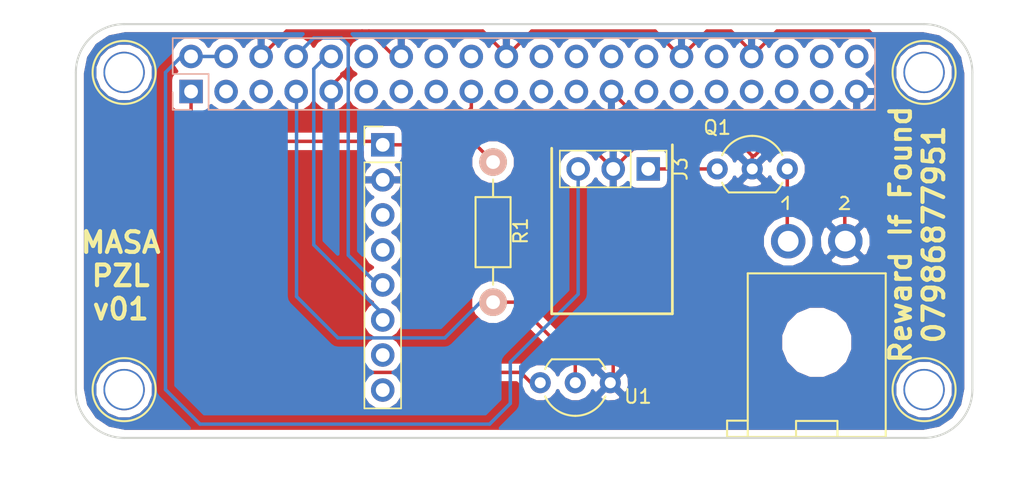
<source format=kicad_pcb>
(kicad_pcb (version 4) (host pcbnew 4.0.7)

  (general
    (links 24)
    (no_connects 0)
    (area 80 50.961418 155.805 90.64556)
    (thickness 1.6)
    (drawings 14)
    (tracks 118)
    (zones 0)
    (modules 11)
    (nets 38)
  )

  (page A4)
  (layers
    (0 F.Cu signal)
    (31 B.Cu signal)
    (32 B.Adhes user)
    (33 F.Adhes user)
    (34 B.Paste user)
    (35 F.Paste user)
    (36 B.SilkS user)
    (37 F.SilkS user)
    (38 B.Mask user)
    (39 F.Mask user)
    (40 Dwgs.User user)
    (41 Cmts.User user)
    (42 Eco1.User user)
    (43 Eco2.User user)
    (44 Edge.Cuts user)
    (45 Margin user)
    (46 B.CrtYd user)
    (47 F.CrtYd user)
    (48 B.Fab user)
    (49 F.Fab user)
  )

  (setup
    (last_trace_width 0.25)
    (trace_clearance 0.2)
    (zone_clearance 0.508)
    (zone_45_only yes)
    (trace_min 0.2)
    (segment_width 0.2)
    (edge_width 0.15)
    (via_size 0.6)
    (via_drill 0.4)
    (via_min_size 0.4)
    (via_min_drill 0.3)
    (uvia_size 0.3)
    (uvia_drill 0.1)
    (uvias_allowed no)
    (uvia_min_size 0.2)
    (uvia_min_drill 0.1)
    (pcb_text_width 0.3)
    (pcb_text_size 1.5 1.5)
    (mod_edge_width 0.15)
    (mod_text_size 1 1)
    (mod_text_width 0.15)
    (pad_size 3 3)
    (pad_drill 2.75)
    (pad_to_mask_clearance 0.2)
    (aux_axis_origin 0 0)
    (visible_elements FFFFFF7F)
    (pcbplotparams
      (layerselection 0x00030_80000001)
      (usegerberextensions false)
      (excludeedgelayer true)
      (linewidth 0.100000)
      (plotframeref false)
      (viasonmask false)
      (mode 1)
      (useauxorigin false)
      (hpglpennumber 1)
      (hpglpenspeed 20)
      (hpglpendiameter 15)
      (hpglpenoverlay 2)
      (psnegative false)
      (psa4output false)
      (plotreference true)
      (plotvalue true)
      (plotinvisibletext false)
      (padsonsilk false)
      (subtractmaskfromsilk false)
      (outputformat 1)
      (mirror false)
      (drillshape 1)
      (scaleselection 1)
      (outputdirectory ""))
  )

  (net 0 "")
  (net 1 GPIO4_1_Wire)
  (net 2 3v3)
  (net 3 GND)
  (net 4 "Net-(J2-Pad1)")
  (net 5 "Net-(J3-Pad1)")
  (net 6 5v)
  (net 7 "Net-(J4-Pad3)")
  (net 8 "Net-(J4-Pad5)")
  (net 9 GPS_RXD)
  (net 10 GPS_TXD)
  (net 11 "Net-(J4-Pad11)")
  (net 12 "Net-(J4-Pad12)")
  (net 13 "Net-(J4-Pad13)")
  (net 14 "Net-(J4-Pad15)")
  (net 15 "Net-(J4-Pad16)")
  (net 16 "Net-(J4-Pad18)")
  (net 17 "Net-(J4-Pad19)")
  (net 18 "Net-(J4-Pad21)")
  (net 19 "Net-(J4-Pad22)")
  (net 20 "Net-(J4-Pad23)")
  (net 21 "Net-(J4-Pad24)")
  (net 22 "Net-(J4-Pad26)")
  (net 23 "Net-(J4-Pad27)")
  (net 24 "Net-(J4-Pad28)")
  (net 25 "Net-(J4-Pad29)")
  (net 26 "Net-(J4-Pad31)")
  (net 27 "Net-(J4-Pad32)")
  (net 28 "Net-(J4-Pad33)")
  (net 29 "Net-(J4-Pad35)")
  (net 30 "Net-(J4-Pad36)")
  (net 31 "Net-(J4-Pad37)")
  (net 32 "Net-(J4-Pad38)")
  (net 33 "Net-(J4-Pad40)")
  (net 34 "Net-(J5-Pad7)")
  (net 35 "Net-(J5-Pad8)")
  (net 36 "Net-(J5-Pad3)")
  (net 37 "Net-(J5-Pad4)")

  (net_class Default "This is the default net class."
    (clearance 0.2)
    (trace_width 0.25)
    (via_dia 0.6)
    (via_drill 0.4)
    (uvia_dia 0.3)
    (uvia_drill 0.1)
    (add_net 3v3)
    (add_net 5v)
    (add_net GND)
    (add_net GPIO4_1_Wire)
    (add_net GPS_RXD)
    (add_net GPS_TXD)
    (add_net "Net-(J2-Pad1)")
    (add_net "Net-(J3-Pad1)")
    (add_net "Net-(J4-Pad11)")
    (add_net "Net-(J4-Pad12)")
    (add_net "Net-(J4-Pad13)")
    (add_net "Net-(J4-Pad15)")
    (add_net "Net-(J4-Pad16)")
    (add_net "Net-(J4-Pad18)")
    (add_net "Net-(J4-Pad19)")
    (add_net "Net-(J4-Pad21)")
    (add_net "Net-(J4-Pad22)")
    (add_net "Net-(J4-Pad23)")
    (add_net "Net-(J4-Pad24)")
    (add_net "Net-(J4-Pad26)")
    (add_net "Net-(J4-Pad27)")
    (add_net "Net-(J4-Pad28)")
    (add_net "Net-(J4-Pad29)")
    (add_net "Net-(J4-Pad3)")
    (add_net "Net-(J4-Pad31)")
    (add_net "Net-(J4-Pad32)")
    (add_net "Net-(J4-Pad33)")
    (add_net "Net-(J4-Pad35)")
    (add_net "Net-(J4-Pad36)")
    (add_net "Net-(J4-Pad37)")
    (add_net "Net-(J4-Pad38)")
    (add_net "Net-(J4-Pad40)")
    (add_net "Net-(J4-Pad5)")
    (add_net "Net-(J5-Pad3)")
    (add_net "Net-(J5-Pad4)")
    (add_net "Net-(J5-Pad7)")
    (add_net "Net-(J5-Pad8)")
  )

  (module Socket_Strips:Socket_Strip_Straight_1x08_Pitch2.54mm (layer F.Cu) (tedit 5A9C4F82) (tstamp 5A9B56AF)
    (at 107.75 64.75)
    (descr "Through hole straight socket strip, 1x08, 2.54mm pitch, single row")
    (tags "Through hole socket strip THT 1x08 2.54mm single row")
    (path /5A9B6351)
    (fp_text reference J5 (at 0 -2.33) (layer F.SilkS) hide
      (effects (font (size 1 1) (thickness 0.15)))
    )
    (fp_text value Conn_01x08 (at 0 20.11) (layer F.Fab) hide
      (effects (font (size 1 1) (thickness 0.15)))
    )
    (fp_line (start -1.27 -1.27) (end -1.27 19.05) (layer F.Fab) (width 0.1))
    (fp_line (start -1.27 19.05) (end 1.27 19.05) (layer F.Fab) (width 0.1))
    (fp_line (start 1.27 19.05) (end 1.27 -1.27) (layer F.Fab) (width 0.1))
    (fp_line (start 1.27 -1.27) (end -1.27 -1.27) (layer F.Fab) (width 0.1))
    (fp_line (start -1.33 1.27) (end -1.33 19.11) (layer F.SilkS) (width 0.12))
    (fp_line (start -1.33 19.11) (end 1.33 19.11) (layer F.SilkS) (width 0.12))
    (fp_line (start 1.33 19.11) (end 1.33 1.27) (layer F.SilkS) (width 0.12))
    (fp_line (start 1.33 1.27) (end -1.33 1.27) (layer F.SilkS) (width 0.12))
    (fp_line (start -1.33 0) (end -1.33 -1.33) (layer F.SilkS) (width 0.12))
    (fp_line (start -1.33 -1.33) (end 0 -1.33) (layer F.SilkS) (width 0.12))
    (fp_line (start -1.8 -1.8) (end -1.8 19.55) (layer F.CrtYd) (width 0.05))
    (fp_line (start -1.8 19.55) (end 1.8 19.55) (layer F.CrtYd) (width 0.05))
    (fp_line (start 1.8 19.55) (end 1.8 -1.8) (layer F.CrtYd) (width 0.05))
    (fp_line (start 1.8 -1.8) (end -1.8 -1.8) (layer F.CrtYd) (width 0.05))
    (fp_text user %R (at 0 -2.33) (layer F.Fab) hide
      (effects (font (size 1 1) (thickness 0.15)))
    )
    (pad 1 thru_hole rect (at 0 0) (size 1.7 1.7) (drill 1) (layers *.Cu *.Mask)
      (net 2 3v3))
    (pad 2 thru_hole oval (at 0 2.54) (size 1.7 1.7) (drill 1) (layers *.Cu *.Mask)
      (net 3 GND))
    (pad 3 thru_hole oval (at 0 5.08) (size 1.7 1.7) (drill 1) (layers *.Cu *.Mask)
      (net 36 "Net-(J5-Pad3)"))
    (pad 4 thru_hole oval (at 0 7.62) (size 1.7 1.7) (drill 1) (layers *.Cu *.Mask)
      (net 37 "Net-(J5-Pad4)"))
    (pad 5 thru_hole oval (at 0 10.16) (size 1.7 1.7) (drill 1) (layers *.Cu *.Mask)
      (net 9 GPS_RXD))
    (pad 6 thru_hole oval (at 0 12.7) (size 1.7 1.7) (drill 1) (layers *.Cu *.Mask)
      (net 10 GPS_TXD))
    (pad 7 thru_hole oval (at 0 15.24) (size 1.7 1.7) (drill 1) (layers *.Cu *.Mask)
      (net 34 "Net-(J5-Pad7)"))
    (pad 8 thru_hole oval (at 0 17.78) (size 1.7 1.7) (drill 1) (layers *.Cu *.Mask)
      (net 35 "Net-(J5-Pad8)"))
    (model ${KISYS3DMOD}/Socket_Strips.3dshapes/Socket_Strip_Straight_1x08_Pitch2.54mm.wrl
      (at (xyz 0 -0.35 0))
      (scale (xyz 1 1 1))
      (rotate (xyz 0 0 270))
    )
  )

  (module Connectors:1pin (layer F.Cu) (tedit 5A9C3E87) (tstamp 5A9C4097)
    (at 147 59.5)
    (descr "module 1 pin (ou trou mecanique de percage)")
    (tags DEV)
    (fp_text reference REF** (at 0 -3.048) (layer F.SilkS) hide
      (effects (font (size 1 1) (thickness 0.15)))
    )
    (fp_text value 1PIN (at 0 2.794) (layer F.Fab) hide
      (effects (font (size 1 1) (thickness 0.15)))
    )
    (fp_circle (center 0 0) (end 0 -2.286) (layer F.SilkS) (width 0.15))
    (pad 1 thru_hole circle (at 0 0) (size 3 3) (drill 2.75) (layers *.Cu *.Mask))
  )

  (module Connectors:1pin (layer F.Cu) (tedit 5A9C3E87) (tstamp 5A9C3F06)
    (at 147 82.5)
    (descr "module 1 pin (ou trou mecanique de percage)")
    (tags DEV)
    (fp_text reference REF** (at 0 -3.048) (layer F.SilkS) hide
      (effects (font (size 1 1) (thickness 0.15)))
    )
    (fp_text value 1PIN (at 0 2.794) (layer F.Fab) hide
      (effects (font (size 1 1) (thickness 0.15)))
    )
    (fp_circle (center 0 0) (end 0 -2.286) (layer F.SilkS) (width 0.15))
    (pad 1 thru_hole circle (at 0 0) (size 3 3) (drill 2.75) (layers *.Cu *.Mask))
  )

  (module Connectors:1pin (layer F.Cu) (tedit 5A9C3E87) (tstamp 5A9C3E98)
    (at 89 82.5)
    (descr "module 1 pin (ou trou mecanique de percage)")
    (tags DEV)
    (fp_text reference REF** (at 0 -3.048) (layer F.SilkS) hide
      (effects (font (size 1 1) (thickness 0.15)))
    )
    (fp_text value 1PIN (at 0 2.794) (layer F.Fab) hide
      (effects (font (size 1 1) (thickness 0.15)))
    )
    (fp_circle (center 0 0) (end 0 -2.286) (layer F.SilkS) (width 0.15))
    (pad 1 thru_hole circle (at 0 0) (size 3 3) (drill 2.75) (layers *.Cu *.Mask))
  )

  (module Connectors_Mini-Universal:MiniUniversalMate-N-LokSocket_2PinHorizontal (layer F.Cu) (tedit 5A9C5024) (tstamp 5A9B5670)
    (at 139.2174 71.7296)
    (descr "Mini Universal Mate-N-Lok Socket, 2 Pin, Horizontal,")
    (tags "Mini Universal Mate-N-Lok Socket, 2 Pin, Horizontal,")
    (path /5A9B4FF9)
    (fp_text reference J2 (at 0.07112 -5.43052) (layer F.SilkS) hide
      (effects (font (size 1 1) (thickness 0.15)))
    )
    (fp_text value Mini-Universal_MATE-N-LOK_Right_Angle_2 (at -0.16002 17.84096) (layer F.Fab) hide
      (effects (font (size 1 1) (thickness 0.15)))
    )
    (fp_line (start -5.00126 14.20114) (end -6.49986 14.20114) (layer F.SilkS) (width 0.15))
    (fp_line (start -6.49986 14.20114) (end -6.49986 13.02004) (layer F.SilkS) (width 0.15))
    (fp_line (start -6.49986 13.02004) (end -5.00126 13.02004) (layer F.SilkS) (width 0.15))
    (fp_line (start 1.50114 14.20114) (end 1.50114 13.04036) (layer F.SilkS) (width 0.15))
    (fp_line (start 1.50114 13.04036) (end -1.50114 13.04036) (layer F.SilkS) (width 0.15))
    (fp_line (start -1.50114 13.04036) (end -1.50114 14.20114) (layer F.SilkS) (width 0.15))
    (fp_line (start -5.00126 14.20114) (end -5.00126 2.33934) (layer F.SilkS) (width 0.15))
    (fp_line (start -5.00126 2.33934) (end 5.00126 2.33934) (layer F.SilkS) (width 0.15))
    (fp_line (start 5.00126 2.33934) (end 5.00126 14.20114) (layer F.SilkS) (width 0.15))
    (fp_line (start 0 14.20114) (end -5.00126 14.20114) (layer F.SilkS) (width 0.15))
    (fp_line (start 0 14.20114) (end 5.00126 14.20114) (layer F.SilkS) (width 0.15))
    (fp_line (start 1.778 -3.15976) (end 1.8669 -3.21056) (layer F.SilkS) (width 0.15))
    (fp_line (start 1.8669 -3.21056) (end 2.06756 -3.21056) (layer F.SilkS) (width 0.15))
    (fp_line (start 2.06756 -3.21056) (end 2.22758 -3.10134) (layer F.SilkS) (width 0.15))
    (fp_line (start 2.22758 -3.10134) (end 2.286 -2.90068) (layer F.SilkS) (width 0.15))
    (fp_line (start 2.286 -2.90068) (end 1.6764 -2.32156) (layer F.SilkS) (width 0.15))
    (fp_line (start 1.6764 -2.32156) (end 2.34696 -2.32156) (layer F.SilkS) (width 0.15))
    (fp_line (start -2.5019 -2.83972) (end -2.10312 -3.21056) (layer F.SilkS) (width 0.15))
    (fp_line (start -2.10312 -3.21056) (end -2.11328 -2.32156) (layer F.SilkS) (width 0.15))
    (pad 2 thru_hole circle (at 2.0701 0 90) (size 2.49936 2.49936) (drill 1.50114) (layers *.Cu *.Mask)
      (net 3 GND))
    (pad "" np_thru_hole circle (at 0 7.3406) (size 4.0005 4.0005) (drill 4.0005) (layers *.Cu *.Mask))
    (pad 1 thru_hole circle (at -2.0701 0.01016 90) (size 2.49936 2.49936) (drill 1.50114) (layers *.Cu *.Mask)
      (net 4 "Net-(J2-Pad1)"))
  )

  (module Socket_Strips:Socket_Strip_Straight_1x03_Pitch2.54mm (layer F.Cu) (tedit 5A9C4F5A) (tstamp 5A9B5677)
    (at 127 66.5 270)
    (descr "Through hole straight socket strip, 1x03, 2.54mm pitch, single row")
    (tags "Through hole socket strip THT 1x03 2.54mm single row")
    (path /5A9B51AE)
    (fp_text reference J3 (at 0 -2.33 270) (layer F.SilkS)
      (effects (font (size 1 1) (thickness 0.15)))
    )
    (fp_text value Conn_01x03 (at 0 7.41 270) (layer F.Fab) hide
      (effects (font (size 1 1) (thickness 0.15)))
    )
    (fp_line (start -1.27 -1.27) (end -1.27 6.35) (layer F.Fab) (width 0.1))
    (fp_line (start -1.27 6.35) (end 1.27 6.35) (layer F.Fab) (width 0.1))
    (fp_line (start 1.27 6.35) (end 1.27 -1.27) (layer F.Fab) (width 0.1))
    (fp_line (start 1.27 -1.27) (end -1.27 -1.27) (layer F.Fab) (width 0.1))
    (fp_line (start -1.33 1.27) (end -1.33 6.41) (layer F.SilkS) (width 0.12))
    (fp_line (start -1.33 6.41) (end 1.33 6.41) (layer F.SilkS) (width 0.12))
    (fp_line (start 1.33 6.41) (end 1.33 1.27) (layer F.SilkS) (width 0.12))
    (fp_line (start 1.33 1.27) (end -1.33 1.27) (layer F.SilkS) (width 0.12))
    (fp_line (start -1.33 0) (end -1.33 -1.33) (layer F.SilkS) (width 0.12))
    (fp_line (start -1.33 -1.33) (end 0 -1.33) (layer F.SilkS) (width 0.12))
    (fp_line (start -1.8 -1.8) (end -1.8 6.85) (layer F.CrtYd) (width 0.05))
    (fp_line (start -1.8 6.85) (end 1.8 6.85) (layer F.CrtYd) (width 0.05))
    (fp_line (start 1.8 6.85) (end 1.8 -1.8) (layer F.CrtYd) (width 0.05))
    (fp_line (start 1.8 -1.8) (end -1.8 -1.8) (layer F.CrtYd) (width 0.05))
    (fp_text user %R (at 0 -2.33 270) (layer F.Fab)
      (effects (font (size 1 1) (thickness 0.15)))
    )
    (pad 1 thru_hole rect (at 0 0 270) (size 1.7 1.7) (drill 1) (layers *.Cu *.Mask)
      (net 5 "Net-(J3-Pad1)"))
    (pad 2 thru_hole oval (at 0 2.54 270) (size 1.7 1.7) (drill 1) (layers *.Cu *.Mask)
      (net 3 GND))
    (pad 3 thru_hole oval (at 0 5.08 270) (size 1.7 1.7) (drill 1) (layers *.Cu *.Mask)
      (net 6 5v))
    (model ${KISYS3DMOD}/Socket_Strips.3dshapes/Socket_Strip_Straight_1x03_Pitch2.54mm.wrl
      (at (xyz 0 -0.1 0))
      (scale (xyz 1 1 1))
      (rotate (xyz 0 0 270))
    )
  )

  (module Socket_Strips:Socket_Strip_Straight_2x20_Pitch2.54mm (layer B.Cu) (tedit 5A9C5019) (tstamp 5A9B56A3)
    (at 93.853 60.8838 270)
    (descr "Through hole straight socket strip, 2x20, 2.54mm pitch, double rows")
    (tags "Through hole socket strip THT 2x20 2.54mm double row")
    (path /5A9B470D)
    (fp_text reference J4 (at -1.27 2.33 270) (layer B.SilkS) hide
      (effects (font (size 1 1) (thickness 0.15)) (justify mirror))
    )
    (fp_text value Conn_02x20_Odd_Even (at -1.27 -50.59 270) (layer B.Fab) hide
      (effects (font (size 1 1) (thickness 0.15)) (justify mirror))
    )
    (fp_line (start -3.81 1.27) (end -3.81 -49.53) (layer B.Fab) (width 0.1))
    (fp_line (start -3.81 -49.53) (end 1.27 -49.53) (layer B.Fab) (width 0.1))
    (fp_line (start 1.27 -49.53) (end 1.27 1.27) (layer B.Fab) (width 0.1))
    (fp_line (start 1.27 1.27) (end -3.81 1.27) (layer B.Fab) (width 0.1))
    (fp_line (start 1.33 -1.27) (end 1.33 -49.59) (layer B.SilkS) (width 0.12))
    (fp_line (start 1.33 -49.59) (end -3.87 -49.59) (layer B.SilkS) (width 0.12))
    (fp_line (start -3.87 -49.59) (end -3.87 1.33) (layer B.SilkS) (width 0.12))
    (fp_line (start -3.87 1.33) (end -1.27 1.33) (layer B.SilkS) (width 0.12))
    (fp_line (start -1.27 1.33) (end -1.27 -1.27) (layer B.SilkS) (width 0.12))
    (fp_line (start -1.27 -1.27) (end 1.33 -1.27) (layer B.SilkS) (width 0.12))
    (fp_line (start 1.33 0) (end 1.33 1.33) (layer B.SilkS) (width 0.12))
    (fp_line (start 1.33 1.33) (end 0.06 1.33) (layer B.SilkS) (width 0.12))
    (fp_line (start -4.35 1.8) (end -4.35 -50.05) (layer B.CrtYd) (width 0.05))
    (fp_line (start -4.35 -50.05) (end 1.8 -50.05) (layer B.CrtYd) (width 0.05))
    (fp_line (start 1.8 -50.05) (end 1.8 1.8) (layer B.CrtYd) (width 0.05))
    (fp_line (start 1.8 1.8) (end -4.35 1.8) (layer B.CrtYd) (width 0.05))
    (fp_text user %R (at -1.27 2.33 270) (layer B.Fab) hide
      (effects (font (size 1 1) (thickness 0.15)) (justify mirror))
    )
    (pad 1 thru_hole rect (at 0 0 270) (size 1.7 1.7) (drill 1) (layers *.Cu *.Mask)
      (net 2 3v3))
    (pad 2 thru_hole oval (at -2.54 0 270) (size 1.7 1.7) (drill 1) (layers *.Cu *.Mask)
      (net 6 5v))
    (pad 3 thru_hole oval (at 0 -2.54 270) (size 1.7 1.7) (drill 1) (layers *.Cu *.Mask)
      (net 7 "Net-(J4-Pad3)"))
    (pad 4 thru_hole oval (at -2.54 -2.54 270) (size 1.7 1.7) (drill 1) (layers *.Cu *.Mask)
      (net 6 5v))
    (pad 5 thru_hole oval (at 0 -5.08 270) (size 1.7 1.7) (drill 1) (layers *.Cu *.Mask)
      (net 8 "Net-(J4-Pad5)"))
    (pad 6 thru_hole oval (at -2.54 -5.08 270) (size 1.7 1.7) (drill 1) (layers *.Cu *.Mask)
      (net 3 GND))
    (pad 7 thru_hole oval (at 0 -7.62 270) (size 1.7 1.7) (drill 1) (layers *.Cu *.Mask)
      (net 1 GPIO4_1_Wire))
    (pad 8 thru_hole oval (at -2.54 -7.62 270) (size 1.7 1.7) (drill 1) (layers *.Cu *.Mask)
      (net 9 GPS_RXD))
    (pad 9 thru_hole oval (at 0 -10.16 270) (size 1.7 1.7) (drill 1) (layers *.Cu *.Mask)
      (net 3 GND))
    (pad 10 thru_hole oval (at -2.54 -10.16 270) (size 1.7 1.7) (drill 1) (layers *.Cu *.Mask)
      (net 10 GPS_TXD))
    (pad 11 thru_hole oval (at 0 -12.7 270) (size 1.7 1.7) (drill 1) (layers *.Cu *.Mask)
      (net 11 "Net-(J4-Pad11)"))
    (pad 12 thru_hole oval (at -2.54 -12.7 270) (size 1.7 1.7) (drill 1) (layers *.Cu *.Mask)
      (net 12 "Net-(J4-Pad12)"))
    (pad 13 thru_hole oval (at 0 -15.24 270) (size 1.7 1.7) (drill 1) (layers *.Cu *.Mask)
      (net 13 "Net-(J4-Pad13)"))
    (pad 14 thru_hole oval (at -2.54 -15.24 270) (size 1.7 1.7) (drill 1) (layers *.Cu *.Mask)
      (net 3 GND))
    (pad 15 thru_hole oval (at 0 -17.78 270) (size 1.7 1.7) (drill 1) (layers *.Cu *.Mask)
      (net 14 "Net-(J4-Pad15)"))
    (pad 16 thru_hole oval (at -2.54 -17.78 270) (size 1.7 1.7) (drill 1) (layers *.Cu *.Mask)
      (net 15 "Net-(J4-Pad16)"))
    (pad 17 thru_hole oval (at 0 -20.32 270) (size 1.7 1.7) (drill 1) (layers *.Cu *.Mask)
      (net 2 3v3))
    (pad 18 thru_hole oval (at -2.54 -20.32 270) (size 1.7 1.7) (drill 1) (layers *.Cu *.Mask)
      (net 16 "Net-(J4-Pad18)"))
    (pad 19 thru_hole oval (at 0 -22.86 270) (size 1.7 1.7) (drill 1) (layers *.Cu *.Mask)
      (net 17 "Net-(J4-Pad19)"))
    (pad 20 thru_hole oval (at -2.54 -22.86 270) (size 1.7 1.7) (drill 1) (layers *.Cu *.Mask)
      (net 3 GND))
    (pad 21 thru_hole oval (at 0 -25.4 270) (size 1.7 1.7) (drill 1) (layers *.Cu *.Mask)
      (net 18 "Net-(J4-Pad21)"))
    (pad 22 thru_hole oval (at -2.54 -25.4 270) (size 1.7 1.7) (drill 1) (layers *.Cu *.Mask)
      (net 19 "Net-(J4-Pad22)"))
    (pad 23 thru_hole oval (at 0 -27.94 270) (size 1.7 1.7) (drill 1) (layers *.Cu *.Mask)
      (net 20 "Net-(J4-Pad23)"))
    (pad 24 thru_hole oval (at -2.54 -27.94 270) (size 1.7 1.7) (drill 1) (layers *.Cu *.Mask)
      (net 21 "Net-(J4-Pad24)"))
    (pad 25 thru_hole oval (at 0 -30.48 270) (size 1.7 1.7) (drill 1) (layers *.Cu *.Mask)
      (net 3 GND))
    (pad 26 thru_hole oval (at -2.54 -30.48 270) (size 1.7 1.7) (drill 1) (layers *.Cu *.Mask)
      (net 22 "Net-(J4-Pad26)"))
    (pad 27 thru_hole oval (at 0 -33.02 270) (size 1.7 1.7) (drill 1) (layers *.Cu *.Mask)
      (net 23 "Net-(J4-Pad27)"))
    (pad 28 thru_hole oval (at -2.54 -33.02 270) (size 1.7 1.7) (drill 1) (layers *.Cu *.Mask)
      (net 24 "Net-(J4-Pad28)"))
    (pad 29 thru_hole oval (at 0 -35.56 270) (size 1.7 1.7) (drill 1) (layers *.Cu *.Mask)
      (net 25 "Net-(J4-Pad29)"))
    (pad 30 thru_hole oval (at -2.54 -35.56 270) (size 1.7 1.7) (drill 1) (layers *.Cu *.Mask)
      (net 3 GND))
    (pad 31 thru_hole oval (at 0 -38.1 270) (size 1.7 1.7) (drill 1) (layers *.Cu *.Mask)
      (net 26 "Net-(J4-Pad31)"))
    (pad 32 thru_hole oval (at -2.54 -38.1 270) (size 1.7 1.7) (drill 1) (layers *.Cu *.Mask)
      (net 27 "Net-(J4-Pad32)"))
    (pad 33 thru_hole oval (at 0 -40.64 270) (size 1.7 1.7) (drill 1) (layers *.Cu *.Mask)
      (net 28 "Net-(J4-Pad33)"))
    (pad 34 thru_hole oval (at -2.54 -40.64 270) (size 1.7 1.7) (drill 1) (layers *.Cu *.Mask)
      (net 3 GND))
    (pad 35 thru_hole oval (at 0 -43.18 270) (size 1.7 1.7) (drill 1) (layers *.Cu *.Mask)
      (net 29 "Net-(J4-Pad35)"))
    (pad 36 thru_hole oval (at -2.54 -43.18 270) (size 1.7 1.7) (drill 1) (layers *.Cu *.Mask)
      (net 30 "Net-(J4-Pad36)"))
    (pad 37 thru_hole oval (at 0 -45.72 270) (size 1.7 1.7) (drill 1) (layers *.Cu *.Mask)
      (net 31 "Net-(J4-Pad37)"))
    (pad 38 thru_hole oval (at -2.54 -45.72 270) (size 1.7 1.7) (drill 1) (layers *.Cu *.Mask)
      (net 32 "Net-(J4-Pad38)"))
    (pad 39 thru_hole oval (at 0 -48.26 270) (size 1.7 1.7) (drill 1) (layers *.Cu *.Mask)
      (net 3 GND))
    (pad 40 thru_hole oval (at -2.54 -48.26 270) (size 1.7 1.7) (drill 1) (layers *.Cu *.Mask)
      (net 33 "Net-(J4-Pad40)"))
    (model ${KISYS3DMOD}/Socket_Strips.3dshapes/Socket_Strip_Straight_2x20_Pitch2.54mm.wrl
      (at (xyz -0.05 -0.95 0))
      (scale (xyz 1 1 1))
      (rotate (xyz 0 0 270))
    )
  )

  (module TO_SOT_Packages_THT:TO-92_Inline_Wide (layer F.Cu) (tedit 5A9D23B2) (tstamp 5A9B56B6)
    (at 132 66.5)
    (descr "TO-92 leads in-line, wide, drill 0.8mm (see NXP sot054_po.pdf)")
    (tags "to-92 sc-43 sc-43a sot54 PA33 transistor")
    (path /5A9D2134)
    (fp_text reference Q1 (at 0 -3) (layer F.SilkS)
      (effects (font (size 1 1) (thickness 0.15)))
    )
    (fp_text value Q_PMOS_SGD (at 1 3) (layer F.Fab)
      (effects (font (size 1 1) (thickness 0.15)))
    )
    (fp_arc (start 2.54 0) (end 0.84 1.7) (angle 20.5) (layer F.SilkS) (width 0.15))
    (fp_arc (start 2.54 0) (end 4.24 1.7) (angle -20.5) (layer F.SilkS) (width 0.15))
    (fp_line (start -1 1.95) (end -1 -2.65) (layer F.CrtYd) (width 0.05))
    (fp_line (start -1 1.95) (end 6.1 1.95) (layer F.CrtYd) (width 0.05))
    (fp_line (start 0.84 1.7) (end 4.24 1.7) (layer F.SilkS) (width 0.15))
    (fp_arc (start 2.54 0) (end 2.54 -2.4) (angle -65.55604127) (layer F.SilkS) (width 0.15))
    (fp_arc (start 2.54 0) (end 2.54 -2.4) (angle 65.55604127) (layer F.SilkS) (width 0.15))
    (fp_line (start -1 -2.65) (end 6.1 -2.65) (layer F.CrtYd) (width 0.05))
    (fp_line (start 6.1 1.95) (end 6.1 -2.65) (layer F.CrtYd) (width 0.05))
    (pad 2 thru_hole circle (at 2.54 0 90) (size 1.524 1.524) (drill 0.8) (layers *.Cu *.Mask)
      (net 3 GND))
    (pad 3 thru_hole circle (at 5.08 0 90) (size 1.524 1.524) (drill 0.8) (layers *.Cu *.Mask)
      (net 4 "Net-(J2-Pad1)"))
    (pad 1 thru_hole circle (at 0 0 90) (size 1.524 1.524) (drill 0.8) (layers *.Cu *.Mask)
      (net 5 "Net-(J3-Pad1)"))
    (model TO_SOT_Packages_THT.3dshapes/TO-92_Inline_Wide.wrl
      (at (xyz 0.1 0 0))
      (scale (xyz 1 1 1))
      (rotate (xyz 0 0 -90))
    )
  )

  (module Resistors_THT:Resistor_Horizontal_RM10mm (layer F.Cu) (tedit 5A9C4F43) (tstamp 5A9B56BC)
    (at 115.75 66 270)
    (descr "Resistor, Axial,  RM 10mm, 1/3W")
    (tags "Resistor Axial RM 10mm 1/3W")
    (path /5A9B4DB3)
    (fp_text reference R1 (at 5 -2 270) (layer F.SilkS)
      (effects (font (size 1 1) (thickness 0.15)))
    )
    (fp_text value 4K7 (at 5 0 270) (layer F.Fab)
      (effects (font (size 1 1) (thickness 0.15)))
    )
    (fp_line (start -1.25 -1.5) (end 11.4 -1.5) (layer F.CrtYd) (width 0.05))
    (fp_line (start -1.25 1.5) (end -1.25 -1.5) (layer F.CrtYd) (width 0.05))
    (fp_line (start 11.4 -1.5) (end 11.4 1.5) (layer F.CrtYd) (width 0.05))
    (fp_line (start -1.25 1.5) (end 11.4 1.5) (layer F.CrtYd) (width 0.05))
    (fp_line (start 2.54 -1.27) (end 7.62 -1.27) (layer F.SilkS) (width 0.15))
    (fp_line (start 7.62 -1.27) (end 7.62 1.27) (layer F.SilkS) (width 0.15))
    (fp_line (start 7.62 1.27) (end 2.54 1.27) (layer F.SilkS) (width 0.15))
    (fp_line (start 2.54 1.27) (end 2.54 -1.27) (layer F.SilkS) (width 0.15))
    (fp_line (start 2.54 0) (end 1.27 0) (layer F.SilkS) (width 0.15))
    (fp_line (start 7.62 0) (end 8.89 0) (layer F.SilkS) (width 0.15))
    (pad 1 thru_hole circle (at 0 0 270) (size 1.99898 1.99898) (drill 1.00076) (layers *.Cu *.SilkS *.Mask)
      (net 2 3v3))
    (pad 2 thru_hole circle (at 10.16 0 270) (size 1.99898 1.99898) (drill 1.00076) (layers *.Cu *.SilkS *.Mask)
      (net 1 GPIO4_1_Wire))
    (model Resistors_ThroughHole.3dshapes/Resistor_Horizontal_RM10mm.wrl
      (at (xyz 0.2 0 0))
      (scale (xyz 0.4 0.4 0.4))
      (rotate (xyz 0 0 0))
    )
  )

  (module TO_SOT_Packages_THT:TO-92_Inline_Wide (layer F.Cu) (tedit 5A9C4EE0) (tstamp 5A9B56C3)
    (at 124.25 82 180)
    (descr "TO-92 leads in-line, wide, drill 0.8mm (see NXP sot054_po.pdf)")
    (tags "to-92 sc-43 sc-43a sot54 PA33 transistor")
    (path /5A9B4B6D)
    (fp_text reference U1 (at -2 -1 180) (layer F.SilkS)
      (effects (font (size 1 1) (thickness 0.15)))
    )
    (fp_text value DS18B20 (at 0 3 180) (layer F.Fab)
      (effects (font (size 1 1) (thickness 0.15)))
    )
    (fp_arc (start 2.54 0) (end 0.84 1.7) (angle 20.5) (layer F.SilkS) (width 0.15))
    (fp_arc (start 2.54 0) (end 4.24 1.7) (angle -20.5) (layer F.SilkS) (width 0.15))
    (fp_line (start -1 1.95) (end -1 -2.65) (layer F.CrtYd) (width 0.05))
    (fp_line (start -1 1.95) (end 6.1 1.95) (layer F.CrtYd) (width 0.05))
    (fp_line (start 0.84 1.7) (end 4.24 1.7) (layer F.SilkS) (width 0.15))
    (fp_arc (start 2.54 0) (end 2.54 -2.4) (angle -65.55604127) (layer F.SilkS) (width 0.15))
    (fp_arc (start 2.54 0) (end 2.54 -2.4) (angle 65.55604127) (layer F.SilkS) (width 0.15))
    (fp_line (start -1 -2.65) (end 6.1 -2.65) (layer F.CrtYd) (width 0.05))
    (fp_line (start 6.1 1.95) (end 6.1 -2.65) (layer F.CrtYd) (width 0.05))
    (pad 2 thru_hole circle (at 2.54 0 270) (size 1.524 1.524) (drill 0.8) (layers *.Cu *.Mask)
      (net 1 GPIO4_1_Wire))
    (pad 3 thru_hole circle (at 5.08 0 270) (size 1.524 1.524) (drill 0.8) (layers *.Cu *.Mask)
      (net 2 3v3))
    (pad 1 thru_hole circle (at 0 0 270) (size 1.524 1.524) (drill 0.8) (layers *.Cu *.Mask)
      (net 3 GND))
    (model TO_SOT_Packages_THT.3dshapes/TO-92_Inline_Wide.wrl
      (at (xyz 0.1 0 0))
      (scale (xyz 1 1 1))
      (rotate (xyz 0 0 -90))
    )
  )

  (module Connectors:1pin (layer F.Cu) (tedit 5A9C3E87) (tstamp 5AC86BB5)
    (at 89 59.5)
    (descr "module 1 pin (ou trou mecanique de percage)")
    (tags DEV)
    (fp_text reference REF** (at 0 -3.048) (layer F.SilkS) hide
      (effects (font (size 1 1) (thickness 0.15)))
    )
    (fp_text value 1PIN (at 0 2.794) (layer F.Fab) hide
      (effects (font (size 1 1) (thickness 0.15)))
    )
    (fp_circle (center 0 0) (end 0 -2.286) (layer F.SilkS) (width 0.15))
    (pad 1 thru_hole circle (at 0 0) (size 3 3) (drill 2.75) (layers *.Cu *.Mask))
  )

  (gr_text "Reward If Found\n07986877951" (at 146.5 71.25 90) (layer F.SilkS)
    (effects (font (size 1.5 1.5) (thickness 0.3)))
  )
  (gr_text "MASA\nPZL\nv01" (at 88.75 74.25) (layer F.SilkS)
    (effects (font (size 1.5 1.5) (thickness 0.3)))
  )
  (gr_line (start 150.5 82.5) (end 150.5 59.5) (angle 90) (layer Edge.Cuts) (width 0.15))
  (gr_arc (start 147 82.5) (end 150.5 82.5) (angle 90) (layer Edge.Cuts) (width 0.15))
  (gr_arc (start 147 59.5) (end 147 56) (angle 90) (layer Edge.Cuts) (width 0.15))
  (gr_line (start 128.75 76.75) (end 128.75 77) (angle 90) (layer F.SilkS) (width 0.2))
  (gr_line (start 120 77) (end 128.75 77) (angle 90) (layer F.SilkS) (width 0.2))
  (gr_line (start 120 65) (end 120 77) (angle 90) (layer F.SilkS) (width 0.2))
  (gr_line (start 128.75 64.75) (end 128.75 76.75) (angle 90) (layer F.SilkS) (width 0.2))
  (gr_line (start 89 86) (end 147 86) (angle 90) (layer Edge.Cuts) (width 0.15))
  (gr_line (start 85.5 59.5) (end 85.5 82.5) (angle 90) (layer Edge.Cuts) (width 0.15))
  (gr_arc (start 89 59.5) (end 85.5 59.5) (angle 90) (layer Edge.Cuts) (width 0.15))
  (gr_arc (start 89 82.5) (end 89 86) (angle 90) (layer Edge.Cuts) (width 0.15))
  (gr_line (start 89 56) (end 147 56) (angle 90) (layer Edge.Cuts) (width 0.15))

  (segment (start 115.75 76.16) (end 114.84 76.16) (width 0.25) (layer B.Cu) (net 1))
  (segment (start 114.84 76.16) (end 112.25 78.75) (width 0.25) (layer B.Cu) (net 1) (tstamp 5A9C55B7))
  (segment (start 101.5 75.75) (end 101.5 60.9108) (width 0.25) (layer B.Cu) (net 1) (tstamp 5A9C55D6))
  (segment (start 104.5 78.75) (end 101.5 75.75) (width 0.25) (layer B.Cu) (net 1) (tstamp 5A9C55D1))
  (segment (start 112.25 78.75) (end 104.5 78.75) (width 0.25) (layer B.Cu) (net 1) (tstamp 5A9C55CA))
  (segment (start 101.5 60.9108) (end 101.473 60.8838) (width 0.25) (layer B.Cu) (net 1) (tstamp 5A9C55E9))
  (segment (start 115.75 76.16) (end 117.41 76.16) (width 0.25) (layer F.Cu) (net 1))
  (segment (start 121.71 80.46) (end 121.71 82) (width 0.25) (layer F.Cu) (net 1) (tstamp 5A9C4C6F))
  (segment (start 117.41 76.16) (end 121.71 80.46) (width 0.25) (layer F.Cu) (net 1) (tstamp 5A9C4C6A))
  (segment (start 111.5 64.75) (end 114.5 64.75) (width 0.25) (layer F.Cu) (net 2))
  (segment (start 114.5 64.75) (end 115.75 66) (width 0.25) (layer F.Cu) (net 2) (tstamp 5A9C4DF9))
  (segment (start 107.75 64.75) (end 111.5 64.75) (width 0.25) (layer F.Cu) (net 2))
  (segment (start 114.173 62.077) (end 114.173 60.8838) (width 0.25) (layer F.Cu) (net 2) (tstamp 5A9C4DF0))
  (segment (start 111.5 64.75) (end 114.173 62.077) (width 0.25) (layer F.Cu) (net 2) (tstamp 5A9C4DE7))
  (segment (start 98.25 66.75) (end 100.5 64.5) (width 0.25) (layer F.Cu) (net 2))
  (segment (start 100.5 64.5) (end 107.5 64.5) (width 0.25) (layer F.Cu) (net 2) (tstamp 5A9C4D92))
  (segment (start 107.5 64.5) (end 107.75 64.75) (width 0.25) (layer F.Cu) (net 2) (tstamp 5A9C4D98))
  (segment (start 119.17 82) (end 118.5 82) (width 0.25) (layer F.Cu) (net 2))
  (segment (start 118.5 82) (end 117.75 81.25) (width 0.25) (layer F.Cu) (net 2) (tstamp 5A9C4D4E))
  (segment (start 117.75 81.25) (end 104.5 81.25) (width 0.25) (layer F.Cu) (net 2) (tstamp 5A9C4D56))
  (segment (start 104.5 81.25) (end 98.25 75) (width 0.25) (layer F.Cu) (net 2) (tstamp 5A9C4D5D))
  (segment (start 98.25 75) (end 98.25 66.75) (width 0.25) (layer F.Cu) (net 2) (tstamp 5A9C4D72))
  (segment (start 98.25 66.75) (end 96 64.5) (width 0.25) (layer F.Cu) (net 2) (tstamp 5A9C4D77))
  (segment (start 93.853 60.8838) (end 93.853 62.353) (width 0.25) (layer F.Cu) (net 2))
  (segment (start 93.853 62.353) (end 96 64.5) (width 0.25) (layer F.Cu) (net 2) (tstamp 5A9C4616))
  (segment (start 107.75 64.75) (end 107.75 64.75) (width 0.25) (layer F.Cu) (net 2) (status 30))
  (segment (start 107.75 64.75) (end 107.8068 64.75) (width 0.25) (layer F.Cu) (net 2) (tstamp 5A9C4627) (status 30))
  (segment (start 141.25 65.75) (end 143.5 63.5) (width 0.25) (layer F.Cu) (net 3))
  (segment (start 143.5 63.5) (end 143.5 60.8838) (width 0.25) (layer F.Cu) (net 3) (tstamp 5A9D22FF))
  (segment (start 143.5 60.8838) (end 143.5 61) (width 0.25) (layer F.Cu) (net 3) (tstamp 5A9D22EC))
  (segment (start 143.5 61) (end 143.5 60.8838) (width 0.25) (layer F.Cu) (net 3) (tstamp 5A9D22F3))
  (segment (start 134.54 65.54) (end 134.71 65.54) (width 0.25) (layer F.Cu) (net 3))
  (segment (start 141.25 65.75) (end 141.25 71.6921) (width 0.25) (layer F.Cu) (net 3) (tstamp 5A9D22C7))
  (segment (start 139.5 64) (end 141.25 65.75) (width 0.25) (layer F.Cu) (net 3) (tstamp 5A9D22C6))
  (segment (start 136.25 64) (end 139.5 64) (width 0.25) (layer F.Cu) (net 3) (tstamp 5A9D22BA))
  (segment (start 134.71 65.54) (end 136.25 64) (width 0.25) (layer F.Cu) (net 3) (tstamp 5A9D22AC))
  (segment (start 141.25 71.6921) (end 141.2875 71.7296) (width 0.25) (layer F.Cu) (net 3) (tstamp 5A9D22CC))
  (segment (start 126.96 63.75) (end 132.75 63.75) (width 0.25) (layer F.Cu) (net 3))
  (segment (start 134.54 65.54) (end 134.54 66.5) (width 0.25) (layer F.Cu) (net 3) (tstamp 5A9D22A8))
  (segment (start 132.75 63.75) (end 134.54 65.54) (width 0.25) (layer F.Cu) (net 3) (tstamp 5A9D22A6))
  (segment (start 107.75 67.29) (end 112.79 67.04) (width 0.25) (layer F.Cu) (net 3) (status 10))
  (segment (start 121.96 64) (end 124.46 66.5) (width 0.25) (layer F.Cu) (net 3) (tstamp 5A9C4B7C))
  (segment (start 119.75 64) (end 121.96 64) (width 0.25) (layer F.Cu) (net 3) (tstamp 5A9C4B74))
  (segment (start 118.25 65.5) (end 119.75 64) (width 0.25) (layer F.Cu) (net 3) (tstamp 5A9C4B71))
  (segment (start 118.25 66.75) (end 118.25 65.5) (width 0.25) (layer F.Cu) (net 3) (tstamp 5A9C4B6D))
  (segment (start 116.75 68.25) (end 118.25 66.75) (width 0.25) (layer F.Cu) (net 3) (tstamp 5A9C4B68))
  (segment (start 114 68.25) (end 116.75 68.25) (width 0.25) (layer F.Cu) (net 3) (tstamp 5A9C4B63))
  (segment (start 112.79 67.04) (end 114 68.25) (width 0.25) (layer F.Cu) (net 3) (tstamp 5A9C4B5E))
  (segment (start 109.093 58.3438) (end 108.5938 58.3438) (width 0.25) (layer F.Cu) (net 3))
  (segment (start 108.5938 58.3438) (end 106.75 56.5) (width 0.25) (layer F.Cu) (net 3) (tstamp 5A9C4B28))
  (segment (start 104.013 60.8838) (end 104.013 60.487) (width 0.25) (layer F.Cu) (net 3))
  (segment (start 104.013 60.487) (end 105.25 59.25) (width 0.25) (layer F.Cu) (net 3) (tstamp 5A9C4AFE))
  (segment (start 105.25 59.25) (end 105.25 57.5) (width 0.25) (layer F.Cu) (net 3) (tstamp 5A9C4B04))
  (segment (start 105.25 57.5) (end 106.25 56.5) (width 0.25) (layer F.Cu) (net 3) (tstamp 5A9C4B0C))
  (segment (start 124.46 66.5) (end 124.46 81.79) (width 0.25) (layer F.Cu) (net 3))
  (segment (start 124.46 81.79) (end 124.25 82) (width 0.25) (layer F.Cu) (net 3) (tstamp 5A9C4595))
  (segment (start 134.493 58.3438) (end 134.493 57.993) (width 0.25) (layer F.Cu) (net 3))
  (segment (start 134.493 57.993) (end 133 56.5) (width 0.25) (layer F.Cu) (net 3) (tstamp 5A9C450A))
  (segment (start 131.2568 56.5) (end 129.413 58.3438) (width 0.25) (layer F.Cu) (net 3) (tstamp 5A9C4516))
  (segment (start 133 56.5) (end 131.2568 56.5) (width 0.25) (layer F.Cu) (net 3) (tstamp 5A9C4513))
  (segment (start 129.413 58.3438) (end 129.3438 58.3438) (width 0.25) (layer F.Cu) (net 3) (tstamp 5A9C4518))
  (segment (start 129.3438 58.3438) (end 127.5 56.5) (width 0.25) (layer F.Cu) (net 3) (tstamp 5A9C4519))
  (segment (start 127.5 56.5) (end 118.5568 56.5) (width 0.25) (layer F.Cu) (net 3) (tstamp 5A9C4525))
  (segment (start 118.5568 56.5) (end 116.713 58.3438) (width 0.25) (layer F.Cu) (net 3) (tstamp 5A9C4530))
  (segment (start 116.713 58.3438) (end 116.713 58.213) (width 0.25) (layer F.Cu) (net 3) (tstamp 5A9C4532))
  (segment (start 116.713 58.213) (end 115 56.5) (width 0.25) (layer F.Cu) (net 3) (tstamp 5A9C4534))
  (segment (start 115 56.5) (end 106.75 56.5) (width 0.25) (layer F.Cu) (net 3) (tstamp 5A9C453B))
  (segment (start 106.75 56.5) (end 106.25 56.5) (width 0.25) (layer F.Cu) (net 3) (tstamp 5A9C4B40))
  (segment (start 106.25 56.5) (end 100.7768 56.5) (width 0.25) (layer F.Cu) (net 3) (tstamp 5A9C4B11))
  (segment (start 100.7768 56.5) (end 98.933 58.3438) (width 0.25) (layer F.Cu) (net 3) (tstamp 5A9C4545))
  (segment (start 134.493 58.3438) (end 134.6562 58.3438) (width 0.25) (layer F.Cu) (net 3))
  (segment (start 142.113 60.8838) (end 143.5 60.8838) (width 0.25) (layer F.Cu) (net 3))
  (segment (start 143.5 60.8838) (end 143.6162 60.8838) (width 0.25) (layer F.Cu) (net 3) (tstamp 5A9D22F4))
  (segment (start 136.3368 56.5) (end 134.493 58.3438) (width 0.25) (layer F.Cu) (net 3) (tstamp 5A9C44EC))
  (segment (start 143 56.5) (end 136.5 56.5) (width 0.25) (layer F.Cu) (net 3) (tstamp 5A9C44E4))
  (segment (start 136.5 56.5) (end 136.3368 56.5) (width 0.25) (layer F.Cu) (net 3) (tstamp 5A9C44F7))
  (segment (start 144.5 58) (end 143 56.5) (width 0.25) (layer F.Cu) (net 3) (tstamp 5A9C44E0))
  (segment (start 144.5 60) (end 144.5 58) (width 0.25) (layer F.Cu) (net 3) (tstamp 5A9C44DD))
  (segment (start 143.6162 60.8838) (end 144.5 60) (width 0.25) (layer F.Cu) (net 3) (tstamp 5A9C44D4))
  (segment (start 126.96 64) (end 126.96 63.75) (width 0.25) (layer F.Cu) (net 3))
  (segment (start 126.96 63.75) (end 126.96 63.5108) (width 0.25) (layer F.Cu) (net 3) (tstamp 5A9D22A4))
  (segment (start 126.96 63.5108) (end 124.333 60.8838) (width 0.25) (layer F.Cu) (net 3) (tstamp 5A9C4471))
  (segment (start 126.96 64) (end 124.46 66.5) (width 0.25) (layer F.Cu) (net 3) (tstamp 5A9C446C))
  (segment (start 124.46 66.04) (end 124.46 66.5) (width 0.25) (layer F.Cu) (net 3) (tstamp 5A9C443E))
  (segment (start 124.46 61.0108) (end 124.333 60.8838) (width 0.25) (layer F.Cu) (net 3) (tstamp 5A9C4251))
  (segment (start 141.2875 71.7296) (end 141.2875 71.2125) (width 0.25) (layer F.Cu) (net 3))
  (segment (start 137.08 66.5) (end 137.08 71.67246) (width 0.25) (layer F.Cu) (net 4))
  (segment (start 137.08 71.67246) (end 137.1473 71.73976) (width 0.25) (layer F.Cu) (net 4) (tstamp 5A9D2295))
  (segment (start 137.1473 66.5673) (end 137.08 66.5) (width 0.25) (layer F.Cu) (net 4) (tstamp 5A9D2289))
  (segment (start 131.8973 66.6027) (end 132 66.5) (width 0.25) (layer F.Cu) (net 5) (tstamp 5A9C41CB) (status 30))
  (segment (start 127 66.5) (end 132.17 66.5) (width 0.25) (layer F.Cu) (net 5) (status 20))
  (segment (start 93.853 58.3438) (end 93.1562 58.3438) (width 0.25) (layer B.Cu) (net 6))
  (segment (start 93.1562 58.3438) (end 92 59.5) (width 0.25) (layer B.Cu) (net 6) (tstamp 5A9C4814))
  (segment (start 121.92 75.58) (end 121.92 66.5) (width 0.25) (layer B.Cu) (net 6) (tstamp 5A9C4889))
  (segment (start 117 80.5) (end 121.92 75.58) (width 0.25) (layer B.Cu) (net 6) (tstamp 5A9C4886))
  (segment (start 117 83.5) (end 117 80.5) (width 0.25) (layer B.Cu) (net 6) (tstamp 5A9C4882))
  (segment (start 115.5 85) (end 117 83.5) (width 0.25) (layer B.Cu) (net 6) (tstamp 5A9C487B))
  (segment (start 94.5 85) (end 115.5 85) (width 0.25) (layer B.Cu) (net 6) (tstamp 5A9C4877))
  (segment (start 92 82.5) (end 94.5 85) (width 0.25) (layer B.Cu) (net 6) (tstamp 5A9C482C))
  (segment (start 92 64.5) (end 92 82.5) (width 0.25) (layer B.Cu) (net 6) (tstamp 5A9C4824))
  (segment (start 92 59.5) (end 92 64.5) (width 0.25) (layer B.Cu) (net 6) (tstamp 5A9C481D))
  (segment (start 96.393 58.3438) (end 93.853 58.3438) (width 0.25) (layer B.Cu) (net 6))
  (segment (start 101.473 58.3438) (end 101.473 58.277) (width 0.25) (layer B.Cu) (net 9))
  (segment (start 101.473 58.277) (end 102.75 57) (width 0.25) (layer B.Cu) (net 9) (tstamp 5A9C56A2))
  (segment (start 105.25 72.75) (end 107.41 74.91) (width 0.25) (layer B.Cu) (net 9) (tstamp 5A9C56B4))
  (segment (start 105.25 57.5) (end 105.25 72.75) (width 0.25) (layer B.Cu) (net 9) (tstamp 5A9C56AD))
  (segment (start 104.75 57) (end 105.25 57.5) (width 0.25) (layer B.Cu) (net 9) (tstamp 5A9C56AB))
  (segment (start 102.75 57) (end 104.75 57) (width 0.25) (layer B.Cu) (net 9) (tstamp 5A9C56A5))
  (segment (start 107.41 74.91) (end 107.75 74.91) (width 0.25) (layer B.Cu) (net 9) (tstamp 5A9C56C8))
  (segment (start 107.75 74.91) (end 107.41 74.91) (width 0.25) (layer B.Cu) (net 9))
  (segment (start 101.473 58.3438) (end 101.4062 58.3438) (width 0.25) (layer B.Cu) (net 9))
  (segment (start 101.473 58.3438) (end 101.473 58.527) (width 0.25) (layer B.Cu) (net 9))
  (segment (start 102.75 70.25) (end 102.75 72) (width 0.25) (layer B.Cu) (net 10))
  (segment (start 102.75 59.25) (end 102.75 70.25) (width 0.25) (layer B.Cu) (net 10) (tstamp 5A9C4949))
  (segment (start 103.6562 58.3438) (end 102.75 59.25) (width 0.25) (layer B.Cu) (net 10) (tstamp 5A9C492F))
  (segment (start 107.95 77.2) (end 107.75 77.45) (width 0.25) (layer B.Cu) (net 10) (tstamp 5A9C4AC6) (status 20))
  (segment (start 102.75 72) (end 107.95 77.2) (width 0.25) (layer B.Cu) (net 10) (tstamp 5A9C4AC0))
  (segment (start 104.013 58.3438) (end 103.6562 58.3438) (width 0.25) (layer B.Cu) (net 10))

  (zone (net 0) (net_name "") (layer B.Cu) (tstamp 5A9C52D8) (hatch edge 0.508)
    (connect_pads (clearance 0.508))
    (min_thickness 0.254)
    (keepout (tracks not_allowed) (vias not_allowed) (copperpour allowed))
    (fill (arc_segments 16) (thermal_gap 0.508) (thermal_bridge_width 0.508))
    (polygon
      (pts
        (xy 86.5 84) (xy 86.5 80) (xy 91.5 80) (xy 91.5 84) (xy 90.25 85.25)
        (xy 88 85.25)
      )
    )
  )
  (zone (net 0) (net_name "") (layer B.Cu) (tstamp 5A9C531F) (hatch edge 0.508)
    (connect_pads (clearance 0.508))
    (min_thickness 0.254)
    (keepout (tracks not_allowed) (vias not_allowed) (copperpour allowed))
    (fill (arc_segments 16) (thermal_gap 0.508) (thermal_bridge_width 0.508))
    (polygon
      (pts
        (xy 91.5 62) (xy 86.5 62) (xy 86.5 58) (xy 87.5 57) (xy 91.5 57)
      )
    )
  )
  (zone (net 0) (net_name "") (layer B.Cu) (tstamp 5A9C534E) (hatch edge 0.508)
    (connect_pads (clearance 0.508))
    (min_thickness 0.254)
    (keepout (tracks not_allowed) (vias not_allowed) (copperpour allowed))
    (fill (arc_segments 16) (thermal_gap 0.508) (thermal_bridge_width 0.508))
    (polygon
      (pts
        (xy 149.5 83.75) (xy 148.25 85) (xy 144.5 85) (xy 144.5 80) (xy 149.5 80)
      )
    )
  )
  (zone (net 0) (net_name "") (layer B.Cu) (tstamp 5A9C5379) (hatch edge 0.508)
    (connect_pads (clearance 0.508))
    (min_thickness 0.254)
    (keepout (tracks not_allowed) (vias not_allowed) (copperpour allowed))
    (fill (arc_segments 16) (thermal_gap 0.508) (thermal_bridge_width 0.508))
    (polygon
      (pts
        (xy 149.5 58) (xy 149.5 62) (xy 144.5 62) (xy 144.5 61.75) (xy 145 61.25)
        (xy 145 57.75) (xy 145.25 57.5) (xy 145.25 56.75) (xy 148.25 56.75)
      )
    )
  )
  (zone (net 0) (net_name "") (layer F.Cu) (tstamp 5A9C545F) (hatch edge 0.508)
    (connect_pads (clearance 0.508))
    (min_thickness 0.254)
    (keepout (tracks not_allowed) (vias not_allowed) (copperpour allowed))
    (fill (arc_segments 16) (thermal_gap 0.508) (thermal_bridge_width 0.508))
    (polygon
      (pts
        (xy 91.5 62) (xy 86.5 62) (xy 86.5 58.25) (xy 87.75 57) (xy 91.5 57)
      )
    )
  )
  (zone (net 0) (net_name "") (layer F.Cu) (tstamp 5A9C547F) (hatch edge 0.508)
    (connect_pads (clearance 0.508))
    (min_thickness 0.254)
    (keepout (tracks not_allowed) (vias not_allowed) (copperpour allowed))
    (fill (arc_segments 16) (thermal_gap 0.508) (thermal_bridge_width 0.508))
    (polygon
      (pts
        (xy 91.5 85) (xy 87.75 85) (xy 86.5 83.75) (xy 86.5 80) (xy 91.5 80)
      )
    )
  )
  (zone (net 0) (net_name "") (layer F.Cu) (tstamp 5A9C54A5) (hatch edge 0.508)
    (connect_pads (clearance 0.508))
    (min_thickness 0.254)
    (keepout (tracks not_allowed) (vias not_allowed) (copperpour allowed))
    (fill (arc_segments 16) (thermal_gap 0.508) (thermal_bridge_width 0.508))
    (polygon
      (pts
        (xy 149.5 83.75) (xy 148.25 85) (xy 144.5 85) (xy 144.5 80) (xy 149.5 80)
      )
    )
  )
  (zone (net 0) (net_name "") (layer F.Cu) (tstamp 5A9C54D1) (hatch edge 0.508)
    (connect_pads (clearance 0.508))
    (min_thickness 0.254)
    (keepout (tracks not_allowed) (vias not_allowed) (copperpour allowed))
    (fill (arc_segments 16) (thermal_gap 0.508) (thermal_bridge_width 0.508))
    (polygon
      (pts
        (xy 145.25 62) (xy 149.75 62) (xy 149.75 58.75) (xy 149.75 58.25) (xy 148.5 57)
        (xy 144.75 57) (xy 144.75 62) (xy 145.25 62)
      )
    )
  )
  (zone (net 3) (net_name GND) (layer F.Cu) (tstamp 5A9C5515) (hatch edge 0.508)
    (connect_pads (clearance 0.508))
    (min_thickness 0.254)
    (fill yes (arc_segments 16) (thermal_gap 0.508) (thermal_bridge_width 0.508))
    (polygon
      (pts
        (xy 82 54.75) (xy 82 54.5) (xy 82.125 54.5)
      )
    )
  )
  (zone (net 3) (net_name GND) (layer F.Cu) (tstamp 5A9C5516) (hatch edge 0.508)
    (connect_pads (clearance 0.508))
    (min_thickness 0.254)
    (fill yes (arc_segments 16) (thermal_gap 0.508) (thermal_bridge_width 0.508))
    (polygon
      (pts
        (xy 82.25 54.25) (xy 82.25 54.5) (xy 82.125 54.5)
      )
    )
  )
  (zone (net 3) (net_name GND) (layer B.Cu) (tstamp 5A9C56EA) (hatch edge 0.508)
    (connect_pads (clearance 0.508))
    (min_thickness 0.254)
    (fill yes (arc_segments 16) (thermal_gap 0.508) (thermal_bridge_width 0.508))
    (polygon
      (pts
        (xy 153 89.25) (xy 82 89.25) (xy 82 55.25) (xy 153 55.25)
      )
    )
    (filled_polygon
      (pts
        (xy 148.062362 56.935227) (xy 148.962992 57.537008) (xy 149.564772 58.437635) (xy 149.79 59.569931) (xy 149.79 82.430069)
        (xy 149.564772 83.562365) (xy 148.962992 84.462992) (xy 148.062362 85.064773) (xy 146.930069 85.29) (xy 116.284802 85.29)
        (xy 117.537401 84.037401) (xy 117.702148 83.79084) (xy 117.76 83.5) (xy 117.76 82.276661) (xy 117.772758 82.276661)
        (xy 117.98499 82.790303) (xy 118.37763 83.183629) (xy 118.8909 83.396757) (xy 119.446661 83.397242) (xy 119.960303 83.18501)
        (xy 120.353629 82.79237) (xy 120.439949 82.584488) (xy 120.52499 82.790303) (xy 120.91763 83.183629) (xy 121.4309 83.396757)
        (xy 121.986661 83.397242) (xy 122.500303 83.18501) (xy 122.705457 82.980213) (xy 123.449392 82.980213) (xy 123.518857 83.222397)
        (xy 124.042302 83.409144) (xy 124.597368 83.381362) (xy 124.981143 83.222397) (xy 125.050608 82.980213) (xy 124.99321 82.922815)
        (xy 144.86463 82.922815) (xy 145.18898 83.7078) (xy 145.789041 84.308909) (xy 146.573459 84.634628) (xy 147.422815 84.63537)
        (xy 148.2078 84.31102) (xy 148.808909 83.710959) (xy 149.134628 82.926541) (xy 149.13537 82.077185) (xy 148.81102 81.2922)
        (xy 148.210959 80.691091) (xy 147.426541 80.365372) (xy 146.577185 80.36463) (xy 145.7922 80.68898) (xy 145.191091 81.289041)
        (xy 144.865372 82.073459) (xy 144.86463 82.922815) (xy 124.99321 82.922815) (xy 124.25 82.179605) (xy 123.449392 82.980213)
        (xy 122.705457 82.980213) (xy 122.893629 82.79237) (xy 122.973395 82.600273) (xy 123.027603 82.731143) (xy 123.269787 82.800608)
        (xy 124.070395 82) (xy 124.429605 82) (xy 125.230213 82.800608) (xy 125.472397 82.731143) (xy 125.659144 82.207698)
        (xy 125.631362 81.652632) (xy 125.472397 81.268857) (xy 125.230213 81.199392) (xy 124.429605 82) (xy 124.070395 82)
        (xy 123.269787 81.199392) (xy 123.027603 81.268857) (xy 122.977491 81.409318) (xy 122.89501 81.209697) (xy 122.705432 81.019787)
        (xy 123.449392 81.019787) (xy 124.25 81.820395) (xy 125.050608 81.019787) (xy 124.981143 80.777603) (xy 124.457698 80.590856)
        (xy 123.902632 80.618638) (xy 123.518857 80.777603) (xy 123.449392 81.019787) (xy 122.705432 81.019787) (xy 122.50237 80.816371)
        (xy 121.9891 80.603243) (xy 121.433339 80.602758) (xy 120.919697 80.81499) (xy 120.526371 81.20763) (xy 120.440051 81.415512)
        (xy 120.35501 81.209697) (xy 119.96237 80.816371) (xy 119.4491 80.603243) (xy 118.893339 80.602758) (xy 118.379697 80.81499)
        (xy 117.986371 81.20763) (xy 117.773243 81.7209) (xy 117.772758 82.276661) (xy 117.76 82.276661) (xy 117.76 80.814802)
        (xy 118.982718 79.592084) (xy 136.581693 79.592084) (xy 136.982041 80.560999) (xy 137.722702 81.302954) (xy 138.690917 81.704992)
        (xy 139.739284 81.705907) (xy 140.708199 81.305559) (xy 141.450154 80.564898) (xy 141.852192 79.596683) (xy 141.853107 78.548316)
        (xy 141.452759 77.579401) (xy 140.712098 76.837446) (xy 139.743883 76.435408) (xy 138.695516 76.434493) (xy 137.726601 76.834841)
        (xy 136.984646 77.575502) (xy 136.582608 78.543717) (xy 136.581693 79.592084) (xy 118.982718 79.592084) (xy 122.457401 76.117401)
        (xy 122.622148 75.870839) (xy 122.68 75.58) (xy 122.68 72.113001) (xy 135.262294 72.113001) (xy 135.548614 72.805951)
        (xy 136.078321 73.336582) (xy 136.770769 73.624112) (xy 137.520541 73.624766) (xy 138.213491 73.338446) (xy 138.489729 73.062689)
        (xy 140.134017 73.062689) (xy 140.263225 73.355459) (xy 140.963383 73.623671) (xy 141.712884 73.603528) (xy 142.311775 73.355459)
        (xy 142.440983 73.062689) (xy 141.2875 71.909205) (xy 140.134017 73.062689) (xy 138.489729 73.062689) (xy 138.744122 72.808739)
        (xy 139.031652 72.116291) (xy 139.032272 71.405483) (xy 139.393429 71.405483) (xy 139.413572 72.154984) (xy 139.661641 72.753875)
        (xy 139.954411 72.883083) (xy 141.107895 71.7296) (xy 141.467105 71.7296) (xy 142.620589 72.883083) (xy 142.913359 72.753875)
        (xy 143.181571 72.053717) (xy 143.161428 71.304216) (xy 142.913359 70.705325) (xy 142.620589 70.576117) (xy 141.467105 71.7296)
        (xy 141.107895 71.7296) (xy 139.954411 70.576117) (xy 139.661641 70.705325) (xy 139.393429 71.405483) (xy 139.032272 71.405483)
        (xy 139.032306 71.366519) (xy 138.745986 70.673569) (xy 138.469411 70.396511) (xy 140.134017 70.396511) (xy 141.2875 71.549995)
        (xy 142.440983 70.396511) (xy 142.311775 70.103741) (xy 141.611617 69.835529) (xy 140.862116 69.855672) (xy 140.263225 70.103741)
        (xy 140.134017 70.396511) (xy 138.469411 70.396511) (xy 138.216279 70.142938) (xy 137.523831 69.855408) (xy 136.774059 69.854754)
        (xy 136.081109 70.141074) (xy 135.550478 70.670781) (xy 135.262948 71.363229) (xy 135.262294 72.113001) (xy 122.68 72.113001)
        (xy 122.68 67.772954) (xy 122.970054 67.579147) (xy 123.197702 67.238447) (xy 123.264817 67.381358) (xy 123.693076 67.771645)
        (xy 124.10311 67.941476) (xy 124.333 67.820155) (xy 124.333 66.627) (xy 124.313 66.627) (xy 124.313 66.373)
        (xy 124.333 66.373) (xy 124.333 65.179845) (xy 124.587 65.179845) (xy 124.587 66.373) (xy 124.607 66.373)
        (xy 124.607 66.627) (xy 124.587 66.627) (xy 124.587 67.820155) (xy 124.81689 67.941476) (xy 125.226924 67.771645)
        (xy 125.529937 67.495499) (xy 125.546838 67.585317) (xy 125.68591 67.801441) (xy 125.89811 67.946431) (xy 126.15 67.99744)
        (xy 127.85 67.99744) (xy 128.085317 67.953162) (xy 128.301441 67.81409) (xy 128.446431 67.60189) (xy 128.49744 67.35)
        (xy 128.49744 66.776661) (xy 130.602758 66.776661) (xy 130.81499 67.290303) (xy 131.20763 67.683629) (xy 131.7209 67.896757)
        (xy 132.276661 67.897242) (xy 132.790303 67.68501) (xy 132.995457 67.480213) (xy 133.739392 67.480213) (xy 133.808857 67.722397)
        (xy 134.332302 67.909144) (xy 134.887368 67.881362) (xy 135.271143 67.722397) (xy 135.340608 67.480213) (xy 134.54 66.679605)
        (xy 133.739392 67.480213) (xy 132.995457 67.480213) (xy 133.183629 67.29237) (xy 133.263395 67.100273) (xy 133.317603 67.231143)
        (xy 133.559787 67.300608) (xy 134.360395 66.5) (xy 134.719605 66.5) (xy 135.520213 67.300608) (xy 135.762397 67.231143)
        (xy 135.812509 67.090682) (xy 135.89499 67.290303) (xy 136.28763 67.683629) (xy 136.8009 67.896757) (xy 137.356661 67.897242)
        (xy 137.870303 67.68501) (xy 138.263629 67.29237) (xy 138.476757 66.7791) (xy 138.477242 66.223339) (xy 138.26501 65.709697)
        (xy 137.87237 65.316371) (xy 137.3591 65.103243) (xy 136.803339 65.102758) (xy 136.289697 65.31499) (xy 135.896371 65.70763)
        (xy 135.816605 65.899727) (xy 135.762397 65.768857) (xy 135.520213 65.699392) (xy 134.719605 66.5) (xy 134.360395 66.5)
        (xy 133.559787 65.699392) (xy 133.317603 65.768857) (xy 133.267491 65.909318) (xy 133.18501 65.709697) (xy 132.995432 65.519787)
        (xy 133.739392 65.519787) (xy 134.54 66.320395) (xy 135.340608 65.519787) (xy 135.271143 65.277603) (xy 134.747698 65.090856)
        (xy 134.192632 65.118638) (xy 133.808857 65.277603) (xy 133.739392 65.519787) (xy 132.995432 65.519787) (xy 132.79237 65.316371)
        (xy 132.2791 65.103243) (xy 131.723339 65.102758) (xy 131.209697 65.31499) (xy 130.816371 65.70763) (xy 130.603243 66.2209)
        (xy 130.602758 66.776661) (xy 128.49744 66.776661) (xy 128.49744 65.65) (xy 128.453162 65.414683) (xy 128.31409 65.198559)
        (xy 128.10189 65.053569) (xy 127.85 65.00256) (xy 126.15 65.00256) (xy 125.914683 65.046838) (xy 125.698559 65.18591)
        (xy 125.553569 65.39811) (xy 125.531699 65.506107) (xy 125.226924 65.228355) (xy 124.81689 65.058524) (xy 124.587 65.179845)
        (xy 124.333 65.179845) (xy 124.10311 65.058524) (xy 123.693076 65.228355) (xy 123.264817 65.618642) (xy 123.197702 65.761553)
        (xy 122.970054 65.420853) (xy 122.488285 65.098946) (xy 121.92 64.985907) (xy 121.351715 65.098946) (xy 120.869946 65.420853)
        (xy 120.548039 65.902622) (xy 120.435 66.470907) (xy 120.435 66.529093) (xy 120.548039 67.097378) (xy 120.869946 67.579147)
        (xy 121.16 67.772954) (xy 121.16 75.265198) (xy 116.462599 79.962599) (xy 116.297852 80.209161) (xy 116.24 80.5)
        (xy 116.24 83.185198) (xy 115.185198 84.24) (xy 94.814802 84.24) (xy 92.76 82.185198) (xy 92.76 62.332031)
        (xy 93.003 62.38124) (xy 94.703 62.38124) (xy 94.938317 62.336962) (xy 95.154441 62.19789) (xy 95.299431 61.98569)
        (xy 95.313086 61.918259) (xy 95.342946 61.962947) (xy 95.824715 62.284854) (xy 96.393 62.397893) (xy 96.961285 62.284854)
        (xy 97.443054 61.962947) (xy 97.663 61.633774) (xy 97.882946 61.962947) (xy 98.364715 62.284854) (xy 98.933 62.397893)
        (xy 99.501285 62.284854) (xy 99.983054 61.962947) (xy 100.203 61.633774) (xy 100.422946 61.962947) (xy 100.74 62.174795)
        (xy 100.74 75.75) (xy 100.797852 76.040839) (xy 100.962599 76.287401) (xy 103.962599 79.287401) (xy 104.209161 79.452148)
        (xy 104.5 79.51) (xy 106.331385 79.51) (xy 106.235907 79.99) (xy 106.348946 80.558285) (xy 106.670853 81.040054)
        (xy 107.000026 81.26) (xy 106.670853 81.479946) (xy 106.348946 81.961715) (xy 106.235907 82.53) (xy 106.348946 83.098285)
        (xy 106.670853 83.580054) (xy 107.152622 83.901961) (xy 107.720907 84.015) (xy 107.779093 84.015) (xy 108.347378 83.901961)
        (xy 108.829147 83.580054) (xy 109.151054 83.098285) (xy 109.264093 82.53) (xy 109.151054 81.961715) (xy 108.829147 81.479946)
        (xy 108.499974 81.26) (xy 108.829147 81.040054) (xy 109.151054 80.558285) (xy 109.264093 79.99) (xy 109.168615 79.51)
        (xy 112.25 79.51) (xy 112.540839 79.452148) (xy 112.787401 79.287401) (xy 114.676569 77.398233) (xy 114.822927 77.544846)
        (xy 115.423453 77.794206) (xy 116.073694 77.794774) (xy 116.674655 77.546462) (xy 117.134846 77.087073) (xy 117.384206 76.486547)
        (xy 117.384774 75.836306) (xy 117.136462 75.235345) (xy 116.677073 74.775154) (xy 116.076547 74.525794) (xy 115.426306 74.525226)
        (xy 114.825345 74.773538) (xy 114.365154 75.232927) (xy 114.132871 75.792327) (xy 111.935198 77.99) (xy 109.15668 77.99)
        (xy 109.264093 77.45) (xy 109.151054 76.881715) (xy 108.829147 76.399946) (xy 108.499974 76.18) (xy 108.829147 75.960054)
        (xy 109.151054 75.478285) (xy 109.264093 74.91) (xy 109.151054 74.341715) (xy 108.829147 73.859946) (xy 108.499974 73.64)
        (xy 108.829147 73.420054) (xy 109.151054 72.938285) (xy 109.264093 72.37) (xy 109.151054 71.801715) (xy 108.829147 71.319946)
        (xy 108.499974 71.1) (xy 108.829147 70.880054) (xy 109.151054 70.398285) (xy 109.264093 69.83) (xy 109.151054 69.261715)
        (xy 108.829147 68.779946) (xy 108.488447 68.552298) (xy 108.631358 68.485183) (xy 109.021645 68.056924) (xy 109.191476 67.64689)
        (xy 109.070155 67.417) (xy 107.877 67.417) (xy 107.877 67.437) (xy 107.623 67.437) (xy 107.623 67.417)
        (xy 106.429845 67.417) (xy 106.308524 67.64689) (xy 106.478355 68.056924) (xy 106.868642 68.485183) (xy 107.011553 68.552298)
        (xy 106.670853 68.779946) (xy 106.348946 69.261715) (xy 106.235907 69.83) (xy 106.348946 70.398285) (xy 106.670853 70.880054)
        (xy 107.000026 71.1) (xy 106.670853 71.319946) (xy 106.348946 71.801715) (xy 106.235907 72.37) (xy 106.308189 72.733387)
        (xy 106.01 72.435198) (xy 106.01 63.9) (xy 106.25256 63.9) (xy 106.25256 65.6) (xy 106.296838 65.835317)
        (xy 106.43591 66.051441) (xy 106.64811 66.196431) (xy 106.756107 66.218301) (xy 106.478355 66.523076) (xy 106.308524 66.93311)
        (xy 106.429845 67.163) (xy 107.623 67.163) (xy 107.623 67.143) (xy 107.877 67.143) (xy 107.877 67.163)
        (xy 109.070155 67.163) (xy 109.191476 66.93311) (xy 109.021645 66.523076) (xy 108.839942 66.323694) (xy 114.115226 66.323694)
        (xy 114.363538 66.924655) (xy 114.822927 67.384846) (xy 115.423453 67.634206) (xy 116.073694 67.634774) (xy 116.674655 67.386462)
        (xy 117.134846 66.927073) (xy 117.384206 66.326547) (xy 117.384774 65.676306) (xy 117.136462 65.075345) (xy 116.677073 64.615154)
        (xy 116.076547 64.365794) (xy 115.426306 64.365226) (xy 114.825345 64.613538) (xy 114.365154 65.072927) (xy 114.115794 65.673453)
        (xy 114.115226 66.323694) (xy 108.839942 66.323694) (xy 108.745499 66.220063) (xy 108.835317 66.203162) (xy 109.051441 66.06409)
        (xy 109.196431 65.85189) (xy 109.24744 65.6) (xy 109.24744 63.9) (xy 109.203162 63.664683) (xy 109.06409 63.448559)
        (xy 108.85189 63.303569) (xy 108.6 63.25256) (xy 106.9 63.25256) (xy 106.664683 63.296838) (xy 106.448559 63.43591)
        (xy 106.303569 63.64811) (xy 106.25256 63.9) (xy 106.01 63.9) (xy 106.01 62.289884) (xy 106.553 62.397893)
        (xy 107.121285 62.284854) (xy 107.603054 61.962947) (xy 107.823 61.633774) (xy 108.042946 61.962947) (xy 108.524715 62.284854)
        (xy 109.093 62.397893) (xy 109.661285 62.284854) (xy 110.143054 61.962947) (xy 110.363 61.633774) (xy 110.582946 61.962947)
        (xy 111.064715 62.284854) (xy 111.633 62.397893) (xy 112.201285 62.284854) (xy 112.683054 61.962947) (xy 112.903 61.633774)
        (xy 113.122946 61.962947) (xy 113.604715 62.284854) (xy 114.173 62.397893) (xy 114.741285 62.284854) (xy 115.223054 61.962947)
        (xy 115.443 61.633774) (xy 115.662946 61.962947) (xy 116.144715 62.284854) (xy 116.713 62.397893) (xy 117.281285 62.284854)
        (xy 117.763054 61.962947) (xy 117.983 61.633774) (xy 118.202946 61.962947) (xy 118.684715 62.284854) (xy 119.253 62.397893)
        (xy 119.821285 62.284854) (xy 120.303054 61.962947) (xy 120.523 61.633774) (xy 120.742946 61.962947) (xy 121.224715 62.284854)
        (xy 121.793 62.397893) (xy 122.361285 62.284854) (xy 122.843054 61.962947) (xy 123.070702 61.622247) (xy 123.137817 61.765158)
        (xy 123.566076 62.155445) (xy 123.97611 62.325276) (xy 124.206 62.203955) (xy 124.206 61.0108) (xy 124.186 61.0108)
        (xy 124.186 60.7568) (xy 124.206 60.7568) (xy 124.206 60.7368) (xy 124.46 60.7368) (xy 124.46 60.7568)
        (xy 124.48 60.7568) (xy 124.48 61.0108) (xy 124.46 61.0108) (xy 124.46 62.203955) (xy 124.68989 62.325276)
        (xy 125.099924 62.155445) (xy 125.528183 61.765158) (xy 125.595298 61.622247) (xy 125.822946 61.962947) (xy 126.304715 62.284854)
        (xy 126.873 62.397893) (xy 127.441285 62.284854) (xy 127.923054 61.962947) (xy 128.143 61.633774) (xy 128.362946 61.962947)
        (xy 128.844715 62.284854) (xy 129.413 62.397893) (xy 129.981285 62.284854) (xy 130.463054 61.962947) (xy 130.683 61.633774)
        (xy 130.902946 61.962947) (xy 131.384715 62.284854) (xy 131.953 62.397893) (xy 132.521285 62.284854) (xy 133.003054 61.962947)
        (xy 133.223 61.633774) (xy 133.442946 61.962947) (xy 133.924715 62.284854) (xy 134.493 62.397893) (xy 135.061285 62.284854)
        (xy 135.543054 61.962947) (xy 135.763 61.633774) (xy 135.982946 61.962947) (xy 136.464715 62.284854) (xy 137.033 62.397893)
        (xy 137.601285 62.284854) (xy 138.083054 61.962947) (xy 138.303 61.633774) (xy 138.522946 61.962947) (xy 139.004715 62.284854)
        (xy 139.573 62.397893) (xy 140.141285 62.284854) (xy 140.623054 61.962947) (xy 140.850702 61.622247) (xy 140.917817 61.765158)
        (xy 141.346076 62.155445) (xy 141.75611 62.325276) (xy 141.986 62.203955) (xy 141.986 61.0108) (xy 142.24 61.0108)
        (xy 142.24 62.203955) (xy 142.46989 62.325276) (xy 142.879924 62.155445) (xy 143.308183 61.765158) (xy 143.554486 61.240692)
        (xy 143.433819 61.0108) (xy 142.24 61.0108) (xy 141.986 61.0108) (xy 141.966 61.0108) (xy 141.966 60.7568)
        (xy 141.986 60.7568) (xy 141.986 60.7368) (xy 142.24 60.7368) (xy 142.24 60.7568) (xy 143.433819 60.7568)
        (xy 143.554486 60.526908) (xy 143.308183 60.002442) (xy 143.220809 59.922815) (xy 144.86463 59.922815) (xy 145.18898 60.7078)
        (xy 145.789041 61.308909) (xy 146.573459 61.634628) (xy 147.422815 61.63537) (xy 148.2078 61.31102) (xy 148.808909 60.710959)
        (xy 149.134628 59.926541) (xy 149.13537 59.077185) (xy 148.81102 58.2922) (xy 148.210959 57.691091) (xy 147.426541 57.365372)
        (xy 146.577185 57.36463) (xy 145.7922 57.68898) (xy 145.191091 58.289041) (xy 144.865372 59.073459) (xy 144.86463 59.922815)
        (xy 143.220809 59.922815) (xy 142.879924 59.612155) (xy 142.879899 59.612145) (xy 143.163054 59.422947) (xy 143.484961 58.941178)
        (xy 143.598 58.372893) (xy 143.598 58.314707) (xy 143.484961 57.746422) (xy 143.163054 57.264653) (xy 142.681285 56.942746)
        (xy 142.113 56.829707) (xy 141.544715 56.942746) (xy 141.062946 57.264653) (xy 140.843 57.593826) (xy 140.623054 57.264653)
        (xy 140.141285 56.942746) (xy 139.573 56.829707) (xy 139.004715 56.942746) (xy 138.522946 57.264653) (xy 138.303 57.593826)
        (xy 138.083054 57.264653) (xy 137.601285 56.942746) (xy 137.033 56.829707) (xy 136.464715 56.942746) (xy 135.982946 57.264653)
        (xy 135.755298 57.605353) (xy 135.688183 57.462442) (xy 135.259924 57.072155) (xy 134.84989 56.902324) (xy 134.62 57.023645)
        (xy 134.62 58.2168) (xy 134.64 58.2168) (xy 134.64 58.4708) (xy 134.62 58.4708) (xy 134.62 58.4908)
        (xy 134.366 58.4908) (xy 134.366 58.4708) (xy 134.346 58.4708) (xy 134.346 58.2168) (xy 134.366 58.2168)
        (xy 134.366 57.023645) (xy 134.13611 56.902324) (xy 133.726076 57.072155) (xy 133.297817 57.462442) (xy 133.230702 57.605353)
        (xy 133.003054 57.264653) (xy 132.521285 56.942746) (xy 131.953 56.829707) (xy 131.384715 56.942746) (xy 130.902946 57.264653)
        (xy 130.675298 57.605353) (xy 130.608183 57.462442) (xy 130.179924 57.072155) (xy 129.76989 56.902324) (xy 129.54 57.023645)
        (xy 129.54 58.2168) (xy 129.56 58.2168) (xy 129.56 58.4708) (xy 129.54 58.4708) (xy 129.54 58.4908)
        (xy 129.286 58.4908) (xy 129.286 58.4708) (xy 129.266 58.4708) (xy 129.266 58.2168) (xy 129.286 58.2168)
        (xy 129.286 57.023645) (xy 129.05611 56.902324) (xy 128.646076 57.072155) (xy 128.217817 57.462442) (xy 128.150702 57.605353)
        (xy 127.923054 57.264653) (xy 127.441285 56.942746) (xy 126.873 56.829707) (xy 126.304715 56.942746) (xy 125.822946 57.264653)
        (xy 125.603 57.593826) (xy 125.383054 57.264653) (xy 124.901285 56.942746) (xy 124.333 56.829707) (xy 123.764715 56.942746)
        (xy 123.282946 57.264653) (xy 123.063 57.593826) (xy 122.843054 57.264653) (xy 122.361285 56.942746) (xy 121.793 56.829707)
        (xy 121.224715 56.942746) (xy 120.742946 57.264653) (xy 120.523 57.593826) (xy 120.303054 57.264653) (xy 119.821285 56.942746)
        (xy 119.253 56.829707) (xy 118.684715 56.942746) (xy 118.202946 57.264653) (xy 117.975298 57.605353) (xy 117.908183 57.462442)
        (xy 117.479924 57.072155) (xy 117.06989 56.902324) (xy 116.84 57.023645) (xy 116.84 58.2168) (xy 116.86 58.2168)
        (xy 116.86 58.4708) (xy 116.84 58.4708) (xy 116.84 58.4908) (xy 116.586 58.4908) (xy 116.586 58.4708)
        (xy 116.566 58.4708) (xy 116.566 58.2168) (xy 116.586 58.2168) (xy 116.586 57.023645) (xy 116.35611 56.902324)
        (xy 115.946076 57.072155) (xy 115.517817 57.462442) (xy 115.450702 57.605353) (xy 115.223054 57.264653) (xy 114.741285 56.942746)
        (xy 114.173 56.829707) (xy 113.604715 56.942746) (xy 113.122946 57.264653) (xy 112.903 57.593826) (xy 112.683054 57.264653)
        (xy 112.201285 56.942746) (xy 111.633 56.829707) (xy 111.064715 56.942746) (xy 110.582946 57.264653) (xy 110.355298 57.605353)
        (xy 110.288183 57.462442) (xy 109.859924 57.072155) (xy 109.44989 56.902324) (xy 109.22 57.023645) (xy 109.22 58.2168)
        (xy 109.24 58.2168) (xy 109.24 58.4708) (xy 109.22 58.4708) (xy 109.22 58.4908) (xy 108.966 58.4908)
        (xy 108.966 58.4708) (xy 108.946 58.4708) (xy 108.946 58.2168) (xy 108.966 58.2168) (xy 108.966 57.023645)
        (xy 108.73611 56.902324) (xy 108.326076 57.072155) (xy 107.897817 57.462442) (xy 107.830702 57.605353) (xy 107.603054 57.264653)
        (xy 107.121285 56.942746) (xy 106.553 56.829707) (xy 105.984715 56.942746) (xy 105.839133 57.040021) (xy 105.787401 56.962599)
        (xy 105.534802 56.71) (xy 146.930069 56.71)
      )
    )
    (filled_polygon
      (pts
        (xy 101.783691 56.891507) (xy 101.473 56.829707) (xy 100.904715 56.942746) (xy 100.422946 57.264653) (xy 100.195298 57.605353)
        (xy 100.128183 57.462442) (xy 99.699924 57.072155) (xy 99.28989 56.902324) (xy 99.06 57.023645) (xy 99.06 58.2168)
        (xy 99.08 58.2168) (xy 99.08 58.4708) (xy 99.06 58.4708) (xy 99.06 58.4908) (xy 98.806 58.4908)
        (xy 98.806 58.4708) (xy 98.786 58.4708) (xy 98.786 58.2168) (xy 98.806 58.2168) (xy 98.806 57.023645)
        (xy 98.57611 56.902324) (xy 98.166076 57.072155) (xy 97.737817 57.462442) (xy 97.670702 57.605353) (xy 97.443054 57.264653)
        (xy 96.961285 56.942746) (xy 96.393 56.829707) (xy 95.824715 56.942746) (xy 95.342946 57.264653) (xy 95.129699 57.5838)
        (xy 95.116301 57.5838) (xy 94.903054 57.264653) (xy 94.421285 56.942746) (xy 93.853 56.829707) (xy 93.284715 56.942746)
        (xy 92.802946 57.264653) (xy 92.481039 57.746422) (xy 92.43194 57.993258) (xy 91.462599 58.962599) (xy 91.297852 59.209161)
        (xy 91.24 59.5) (xy 91.24 82.5) (xy 91.297852 82.790839) (xy 91.462599 83.037401) (xy 93.715198 85.29)
        (xy 89.069931 85.29) (xy 87.937635 85.064772) (xy 87.037008 84.462992) (xy 86.435227 83.562362) (xy 86.308014 82.922815)
        (xy 86.86463 82.922815) (xy 87.18898 83.7078) (xy 87.789041 84.308909) (xy 88.573459 84.634628) (xy 89.422815 84.63537)
        (xy 90.2078 84.31102) (xy 90.808909 83.710959) (xy 91.134628 82.926541) (xy 91.13537 82.077185) (xy 90.81102 81.2922)
        (xy 90.210959 80.691091) (xy 89.426541 80.365372) (xy 88.577185 80.36463) (xy 87.7922 80.68898) (xy 87.191091 81.289041)
        (xy 86.865372 82.073459) (xy 86.86463 82.922815) (xy 86.308014 82.922815) (xy 86.21 82.430069) (xy 86.21 59.922815)
        (xy 86.86463 59.922815) (xy 87.18898 60.7078) (xy 87.789041 61.308909) (xy 88.573459 61.634628) (xy 89.422815 61.63537)
        (xy 90.2078 61.31102) (xy 90.808909 60.710959) (xy 91.134628 59.926541) (xy 91.13537 59.077185) (xy 90.81102 58.2922)
        (xy 90.210959 57.691091) (xy 89.426541 57.365372) (xy 88.577185 57.36463) (xy 87.7922 57.68898) (xy 87.191091 58.289041)
        (xy 86.865372 59.073459) (xy 86.86463 59.922815) (xy 86.21 59.922815) (xy 86.21 59.569931) (xy 86.435227 58.437638)
        (xy 87.037008 57.537008) (xy 87.937635 56.935228) (xy 89.069931 56.71) (xy 101.965198 56.71)
      )
    )
    (filled_polygon
      (pts
        (xy 104.14 60.7568) (xy 104.16 60.7568) (xy 104.16 61.0108) (xy 104.14 61.0108) (xy 104.14 62.203955)
        (xy 104.36989 62.325276) (xy 104.49 62.275528) (xy 104.49 72.665198) (xy 103.51 71.685198) (xy 103.51 62.264759)
        (xy 103.65611 62.325276) (xy 103.886 62.203955) (xy 103.886 61.0108) (xy 103.866 61.0108) (xy 103.866 60.7568)
        (xy 103.886 60.7568) (xy 103.886 60.7368) (xy 104.14 60.7368)
      )
    )
  )
  (zone (net 3) (net_name GND) (layer B.Cu) (tstamp 5A9C56FA) (hatch edge 0.508)
    (connect_pads (clearance 0.508))
    (min_thickness 0.254)
    (fill yes (arc_segments 16) (thermal_gap 0.508) (thermal_bridge_width 0.508))
    (polygon
      (pts
        (xy 81.75 55.5) (xy 81.75 55.25) (xy 81.875 55.25)
      )
    )
  )
  (zone (net 3) (net_name GND) (layer B.Cu) (tstamp 5A9C56FB) (hatch edge 0.508)
    (connect_pads (clearance 0.508))
    (min_thickness 0.254)
    (fill yes (arc_segments 16) (thermal_gap 0.508) (thermal_bridge_width 0.508))
    (polygon
      (pts
        (xy 82 55) (xy 82 55.25) (xy 81.875 55.25)
      )
    )
  )
  (zone (net 3) (net_name GND) (layer F.Cu) (tstamp 5A9C5701) (hatch edge 0.508)
    (connect_pads (clearance 0.508))
    (min_thickness 0.254)
    (fill yes (arc_segments 16) (thermal_gap 0.508) (thermal_bridge_width 0.508))
    (polygon
      (pts
        (xy 80 55) (xy 80 54.75) (xy 80.5 54.75)
      )
    )
  )
  (zone (net 3) (net_name GND) (layer F.Cu) (tstamp 5A9C571C) (hatch edge 0.508)
    (connect_pads (clearance 0.508))
    (min_thickness 0.254)
    (fill yes (arc_segments 16) (thermal_gap 0.508) (thermal_bridge_width 0.508))
    (polygon
      (pts
        (xy 154.25 54.75) (xy 154.25 90.5) (xy 80.5 90.5) (xy 80.5 54.75)
      )
    )
    (filled_polygon
      (pts
        (xy 148.062362 56.935227) (xy 148.962992 57.537008) (xy 149.564772 58.437635) (xy 149.79 59.569931) (xy 149.79 82.430069)
        (xy 149.564772 83.562365) (xy 148.962992 84.462992) (xy 148.062362 85.064773) (xy 146.930069 85.29) (xy 89.069931 85.29)
        (xy 87.937635 85.064772) (xy 87.037008 84.462992) (xy 86.435227 83.562362) (xy 86.308014 82.922815) (xy 86.86463 82.922815)
        (xy 87.18898 83.7078) (xy 87.789041 84.308909) (xy 88.573459 84.634628) (xy 89.422815 84.63537) (xy 90.2078 84.31102)
        (xy 90.808909 83.710959) (xy 91.134628 82.926541) (xy 91.13537 82.077185) (xy 90.81102 81.2922) (xy 90.210959 80.691091)
        (xy 89.426541 80.365372) (xy 88.577185 80.36463) (xy 87.7922 80.68898) (xy 87.191091 81.289041) (xy 86.865372 82.073459)
        (xy 86.86463 82.922815) (xy 86.308014 82.922815) (xy 86.21 82.430069) (xy 86.21 59.922815) (xy 86.86463 59.922815)
        (xy 87.18898 60.7078) (xy 87.789041 61.308909) (xy 88.573459 61.634628) (xy 89.422815 61.63537) (xy 90.2078 61.31102)
        (xy 90.808909 60.710959) (xy 91.09009 60.0338) (xy 92.35556 60.0338) (xy 92.35556 61.7338) (xy 92.399838 61.969117)
        (xy 92.53891 62.185241) (xy 92.75111 62.330231) (xy 93.003 62.38124) (xy 93.098617 62.38124) (xy 93.150852 62.643839)
        (xy 93.315599 62.890401) (xy 97.49 67.064802) (xy 97.49 75) (xy 97.547852 75.290839) (xy 97.712599 75.537401)
        (xy 103.962599 81.787401) (xy 104.209161 81.952148) (xy 104.5 82.01) (xy 106.339342 82.01) (xy 106.235907 82.53)
        (xy 106.348946 83.098285) (xy 106.670853 83.580054) (xy 107.152622 83.901961) (xy 107.720907 84.015) (xy 107.779093 84.015)
        (xy 108.347378 83.901961) (xy 108.829147 83.580054) (xy 109.151054 83.098285) (xy 109.264093 82.53) (xy 109.160658 82.01)
        (xy 117.435198 82.01) (xy 117.82268 82.397482) (xy 117.98499 82.790303) (xy 118.37763 83.183629) (xy 118.8909 83.396757)
        (xy 119.446661 83.397242) (xy 119.960303 83.18501) (xy 120.353629 82.79237) (xy 120.439949 82.584488) (xy 120.52499 82.790303)
        (xy 120.91763 83.183629) (xy 121.4309 83.396757) (xy 121.986661 83.397242) (xy 122.500303 83.18501) (xy 122.705457 82.980213)
        (xy 123.449392 82.980213) (xy 123.518857 83.222397) (xy 124.042302 83.409144) (xy 124.597368 83.381362) (xy 124.981143 83.222397)
        (xy 125.050608 82.980213) (xy 124.99321 82.922815) (xy 144.86463 82.922815) (xy 145.18898 83.7078) (xy 145.789041 84.308909)
        (xy 146.573459 84.634628) (xy 147.422815 84.63537) (xy 148.2078 84.31102) (xy 148.808909 83.710959) (xy 149.134628 82.926541)
        (xy 149.13537 82.077185) (xy 148.81102 81.2922) (xy 148.210959 80.691091) (xy 147.426541 80.365372) (xy 146.577185 80.36463)
        (xy 145.7922 80.68898) (xy 145.191091 81.289041) (xy 144.865372 82.073459) (xy 144.86463 82.922815) (xy 124.99321 82.922815)
        (xy 124.25 82.179605) (xy 123.449392 82.980213) (xy 122.705457 82.980213) (xy 122.893629 82.79237) (xy 122.973395 82.600273)
        (xy 123.027603 82.731143) (xy 123.269787 82.800608) (xy 124.070395 82) (xy 124.429605 82) (xy 125.230213 82.800608)
        (xy 125.472397 82.731143) (xy 125.659144 82.207698) (xy 125.631362 81.652632) (xy 125.472397 81.268857) (xy 125.230213 81.199392)
        (xy 124.429605 82) (xy 124.070395 82) (xy 123.269787 81.199392) (xy 123.027603 81.268857) (xy 122.977491 81.409318)
        (xy 122.89501 81.209697) (xy 122.705432 81.019787) (xy 123.449392 81.019787) (xy 124.25 81.820395) (xy 125.050608 81.019787)
        (xy 124.981143 80.777603) (xy 124.457698 80.590856) (xy 123.902632 80.618638) (xy 123.518857 80.777603) (xy 123.449392 81.019787)
        (xy 122.705432 81.019787) (xy 122.50237 80.816371) (xy 122.47 80.80293) (xy 122.47 80.46) (xy 122.412148 80.169161)
        (xy 122.412148 80.16916) (xy 122.247401 79.922599) (xy 121.916886 79.592084) (xy 136.581693 79.592084) (xy 136.982041 80.560999)
        (xy 137.722702 81.302954) (xy 138.690917 81.704992) (xy 139.739284 81.705907) (xy 140.708199 81.305559) (xy 141.450154 80.564898)
        (xy 141.852192 79.596683) (xy 141.853107 78.548316) (xy 141.452759 77.579401) (xy 140.712098 76.837446) (xy 139.743883 76.435408)
        (xy 138.695516 76.434493) (xy 137.726601 76.834841) (xy 136.984646 77.575502) (xy 136.582608 78.543717) (xy 136.581693 79.592084)
        (xy 121.916886 79.592084) (xy 117.947401 75.622599) (xy 117.700839 75.457852) (xy 117.41 75.4) (xy 117.204496 75.4)
        (xy 117.136462 75.235345) (xy 116.677073 74.775154) (xy 116.076547 74.525794) (xy 115.426306 74.525226) (xy 114.825345 74.773538)
        (xy 114.365154 75.232927) (xy 114.115794 75.833453) (xy 114.115226 76.483694) (xy 114.363538 77.084655) (xy 114.822927 77.544846)
        (xy 115.423453 77.794206) (xy 116.073694 77.794774) (xy 116.674655 77.546462) (xy 117.134846 77.087073) (xy 117.172233 76.997035)
        (xy 120.95 80.774802) (xy 120.95 80.802469) (xy 120.919697 80.81499) (xy 120.526371 81.20763) (xy 120.440051 81.415512)
        (xy 120.35501 81.209697) (xy 119.96237 80.816371) (xy 119.4491 80.603243) (xy 118.893339 80.602758) (xy 118.38684 80.812038)
        (xy 118.287401 80.712599) (xy 118.040839 80.547852) (xy 117.75 80.49) (xy 109.164637 80.49) (xy 109.264093 79.99)
        (xy 109.151054 79.421715) (xy 108.829147 78.939946) (xy 108.499974 78.72) (xy 108.829147 78.500054) (xy 109.151054 78.018285)
        (xy 109.264093 77.45) (xy 109.151054 76.881715) (xy 108.829147 76.399946) (xy 108.499974 76.18) (xy 108.829147 75.960054)
        (xy 109.151054 75.478285) (xy 109.264093 74.91) (xy 109.151054 74.341715) (xy 108.829147 73.859946) (xy 108.499974 73.64)
        (xy 108.829147 73.420054) (xy 109.151054 72.938285) (xy 109.264093 72.37) (xy 109.151054 71.801715) (xy 108.829147 71.319946)
        (xy 108.499974 71.1) (xy 108.829147 70.880054) (xy 109.151054 70.398285) (xy 109.264093 69.83) (xy 109.151054 69.261715)
        (xy 108.829147 68.779946) (xy 108.488447 68.552298) (xy 108.631358 68.485183) (xy 109.021645 68.056924) (xy 109.191476 67.64689)
        (xy 109.070155 67.417) (xy 107.877 67.417) (xy 107.877 67.437) (xy 107.623 67.437) (xy 107.623 67.417)
        (xy 106.429845 67.417) (xy 106.308524 67.64689) (xy 106.478355 68.056924) (xy 106.868642 68.485183) (xy 107.011553 68.552298)
        (xy 106.670853 68.779946) (xy 106.348946 69.261715) (xy 106.235907 69.83) (xy 106.348946 70.398285) (xy 106.670853 70.880054)
        (xy 107.000026 71.1) (xy 106.670853 71.319946) (xy 106.348946 71.801715) (xy 106.235907 72.37) (xy 106.348946 72.938285)
        (xy 106.670853 73.420054) (xy 107.000026 73.64) (xy 106.670853 73.859946) (xy 106.348946 74.341715) (xy 106.235907 74.91)
        (xy 106.348946 75.478285) (xy 106.670853 75.960054) (xy 107.000026 76.18) (xy 106.670853 76.399946) (xy 106.348946 76.881715)
        (xy 106.235907 77.45) (xy 106.348946 78.018285) (xy 106.670853 78.500054) (xy 107.000026 78.72) (xy 106.670853 78.939946)
        (xy 106.348946 79.421715) (xy 106.235907 79.99) (xy 106.335363 80.49) (xy 104.814802 80.49) (xy 99.01 74.685198)
        (xy 99.01 67.064802) (xy 100.814802 65.26) (xy 106.25256 65.26) (xy 106.25256 65.6) (xy 106.296838 65.835317)
        (xy 106.43591 66.051441) (xy 106.64811 66.196431) (xy 106.756107 66.218301) (xy 106.478355 66.523076) (xy 106.308524 66.93311)
        (xy 106.429845 67.163) (xy 107.623 67.163) (xy 107.623 67.143) (xy 107.877 67.143) (xy 107.877 67.163)
        (xy 109.070155 67.163) (xy 109.191476 66.93311) (xy 109.021645 66.523076) (xy 108.745499 66.220063) (xy 108.835317 66.203162)
        (xy 109.051441 66.06409) (xy 109.196431 65.85189) (xy 109.24744 65.6) (xy 109.24744 65.51) (xy 114.183666 65.51)
        (xy 114.115794 65.673453) (xy 114.115226 66.323694) (xy 114.363538 66.924655) (xy 114.822927 67.384846) (xy 115.423453 67.634206)
        (xy 116.073694 67.634774) (xy 116.674655 67.386462) (xy 117.134846 66.927073) (xy 117.324262 66.470907) (xy 120.435 66.470907)
        (xy 120.435 66.529093) (xy 120.548039 67.097378) (xy 120.869946 67.579147) (xy 121.351715 67.901054) (xy 121.92 68.014093)
        (xy 122.488285 67.901054) (xy 122.970054 67.579147) (xy 123.197702 67.238447) (xy 123.264817 67.381358) (xy 123.693076 67.771645)
        (xy 124.10311 67.941476) (xy 124.333 67.820155) (xy 124.333 66.627) (xy 124.313 66.627) (xy 124.313 66.373)
        (xy 124.333 66.373) (xy 124.333 65.179845) (xy 124.587 65.179845) (xy 124.587 66.373) (xy 124.607 66.373)
        (xy 124.607 66.627) (xy 124.587 66.627) (xy 124.587 67.820155) (xy 124.81689 67.941476) (xy 125.226924 67.771645)
        (xy 125.529937 67.495499) (xy 125.546838 67.585317) (xy 125.68591 67.801441) (xy 125.89811 67.946431) (xy 126.15 67.99744)
        (xy 127.85 67.99744) (xy 128.085317 67.953162) (xy 128.301441 67.81409) (xy 128.446431 67.60189) (xy 128.49744 67.35)
        (xy 128.49744 67.26) (xy 130.802469 67.26) (xy 130.81499 67.290303) (xy 131.20763 67.683629) (xy 131.7209 67.896757)
        (xy 132.276661 67.897242) (xy 132.790303 67.68501) (xy 132.995457 67.480213) (xy 133.739392 67.480213) (xy 133.808857 67.722397)
        (xy 134.332302 67.909144) (xy 134.887368 67.881362) (xy 135.271143 67.722397) (xy 135.340608 67.480213) (xy 134.54 66.679605)
        (xy 133.739392 67.480213) (xy 132.995457 67.480213) (xy 133.183629 67.29237) (xy 133.263395 67.100273) (xy 133.317603 67.231143)
        (xy 133.559787 67.300608) (xy 134.360395 66.5) (xy 134.719605 66.5) (xy 135.520213 67.300608) (xy 135.762397 67.231143)
        (xy 135.812509 67.090682) (xy 135.89499 67.290303) (xy 136.28763 67.683629) (xy 136.32 67.69707) (xy 136.32 70.042367)
        (xy 136.081109 70.141074) (xy 135.550478 70.670781) (xy 135.262948 71.363229) (xy 135.262294 72.113001) (xy 135.548614 72.805951)
        (xy 136.078321 73.336582) (xy 136.770769 73.624112) (xy 137.520541 73.624766) (xy 138.213491 73.338446) (xy 138.489729 73.062689)
        (xy 140.134017 73.062689) (xy 140.263225 73.355459) (xy 140.963383 73.623671) (xy 141.712884 73.603528) (xy 142.311775 73.355459)
        (xy 142.440983 73.062689) (xy 141.2875 71.909205) (xy 140.134017 73.062689) (xy 138.489729 73.062689) (xy 138.744122 72.808739)
        (xy 139.031652 72.116291) (xy 139.032272 71.405483) (xy 139.393429 71.405483) (xy 139.413572 72.154984) (xy 139.661641 72.753875)
        (xy 139.954411 72.883083) (xy 141.107895 71.7296) (xy 141.467105 71.7296) (xy 142.620589 72.883083) (xy 142.913359 72.753875)
        (xy 143.181571 72.053717) (xy 143.161428 71.304216) (xy 142.913359 70.705325) (xy 142.620589 70.576117) (xy 141.467105 71.7296)
        (xy 141.107895 71.7296) (xy 139.954411 70.576117) (xy 139.661641 70.705325) (xy 139.393429 71.405483) (xy 139.032272 71.405483)
        (xy 139.032306 71.366519) (xy 138.745986 70.673569) (xy 138.469411 70.396511) (xy 140.134017 70.396511) (xy 141.2875 71.549995)
        (xy 142.440983 70.396511) (xy 142.311775 70.103741) (xy 141.611617 69.835529) (xy 140.862116 69.855672) (xy 140.263225 70.103741)
        (xy 140.134017 70.396511) (xy 138.469411 70.396511) (xy 138.216279 70.142938) (xy 137.84 69.986693) (xy 137.84 67.697531)
        (xy 137.870303 67.68501) (xy 138.263629 67.29237) (xy 138.476757 66.7791) (xy 138.477242 66.223339) (xy 138.26501 65.709697)
        (xy 137.87237 65.316371) (xy 137.3591 65.103243) (xy 136.803339 65.102758) (xy 136.289697 65.31499) (xy 135.896371 65.70763)
        (xy 135.816605 65.899727) (xy 135.762397 65.768857) (xy 135.520213 65.699392) (xy 134.719605 66.5) (xy 134.360395 66.5)
        (xy 133.559787 65.699392) (xy 133.317603 65.768857) (xy 133.267491 65.909318) (xy 133.18501 65.709697) (xy 132.995432 65.519787)
        (xy 133.739392 65.519787) (xy 134.54 66.320395) (xy 135.340608 65.519787) (xy 135.271143 65.277603) (xy 134.747698 65.090856)
        (xy 134.192632 65.118638) (xy 133.808857 65.277603) (xy 133.739392 65.519787) (xy 132.995432 65.519787) (xy 132.79237 65.316371)
        (xy 132.2791 65.103243) (xy 131.723339 65.102758) (xy 131.209697 65.31499) (xy 130.816371 65.70763) (xy 130.80293 65.74)
        (xy 128.49744 65.74) (xy 128.49744 65.65) (xy 128.453162 65.414683) (xy 128.31409 65.198559) (xy 128.10189 65.053569)
        (xy 127.85 65.00256) (xy 126.15 65.00256) (xy 125.914683 65.046838) (xy 125.698559 65.18591) (xy 125.553569 65.39811)
        (xy 125.531699 65.506107) (xy 125.226924 65.228355) (xy 124.81689 65.058524) (xy 124.587 65.179845) (xy 124.333 65.179845)
        (xy 124.10311 65.058524) (xy 123.693076 65.228355) (xy 123.264817 65.618642) (xy 123.197702 65.761553) (xy 122.970054 65.420853)
        (xy 122.488285 65.098946) (xy 121.92 64.985907) (xy 121.351715 65.098946) (xy 120.869946 65.420853) (xy 120.548039 65.902622)
        (xy 120.435 66.470907) (xy 117.324262 66.470907) (xy 117.384206 66.326547) (xy 117.384774 65.676306) (xy 117.136462 65.075345)
        (xy 116.677073 64.615154) (xy 116.076547 64.365794) (xy 115.426306 64.365226) (xy 115.259111 64.434309) (xy 115.037401 64.212599)
        (xy 114.790839 64.047852) (xy 114.5 63.99) (xy 113.334802 63.99) (xy 114.710401 62.614401) (xy 114.875148 62.367839)
        (xy 114.914704 62.168979) (xy 115.223054 61.962947) (xy 115.443 61.633774) (xy 115.662946 61.962947) (xy 116.144715 62.284854)
        (xy 116.713 62.397893) (xy 117.281285 62.284854) (xy 117.763054 61.962947) (xy 117.983 61.633774) (xy 118.202946 61.962947)
        (xy 118.684715 62.284854) (xy 119.253 62.397893) (xy 119.821285 62.284854) (xy 120.303054 61.962947) (xy 120.523 61.633774)
        (xy 120.742946 61.962947) (xy 121.224715 62.284854) (xy 121.793 62.397893) (xy 122.361285 62.284854) (xy 122.843054 61.962947)
        (xy 123.070702 61.622247) (xy 123.137817 61.765158) (xy 123.566076 62.155445) (xy 123.97611 62.325276) (xy 124.206 62.203955)
        (xy 124.206 61.0108) (xy 124.186 61.0108) (xy 124.186 60.7568) (xy 124.206 60.7568) (xy 124.206 60.7368)
        (xy 124.46 60.7368) (xy 124.46 60.7568) (xy 124.48 60.7568) (xy 124.48 61.0108) (xy 124.46 61.0108)
        (xy 124.46 62.203955) (xy 124.68989 62.325276) (xy 125.099924 62.155445) (xy 125.528183 61.765158) (xy 125.595298 61.622247)
        (xy 125.822946 61.962947) (xy 126.304715 62.284854) (xy 126.873 62.397893) (xy 127.441285 62.284854) (xy 127.923054 61.962947)
        (xy 128.143 61.633774) (xy 128.362946 61.962947) (xy 128.844715 62.284854) (xy 129.413 62.397893) (xy 129.981285 62.284854)
        (xy 130.463054 61.962947) (xy 130.683 61.633774) (xy 130.902946 61.962947) (xy 131.384715 62.284854) (xy 131.953 62.397893)
        (xy 132.521285 62.284854) (xy 133.003054 61.962947) (xy 133.223 61.633774) (xy 133.442946 61.962947) (xy 133.924715 62.284854)
        (xy 134.493 62.397893) (xy 135.061285 62.284854) (xy 135.543054 61.962947) (xy 135.763 61.633774) (xy 135.982946 61.962947)
        (xy 136.464715 62.284854) (xy 137.033 62.397893) (xy 137.601285 62.284854) (xy 138.083054 61.962947) (xy 138.303 61.633774)
        (xy 138.522946 61.962947) (xy 139.004715 62.284854) (xy 139.573 62.397893) (xy 140.141285 62.284854) (xy 140.623054 61.962947)
        (xy 140.850702 61.622247) (xy 140.917817 61.765158) (xy 141.346076 62.155445) (xy 141.75611 62.325276) (xy 141.986 62.203955)
        (xy 141.986 61.0108) (xy 142.24 61.0108) (xy 142.24 62.203955) (xy 142.46989 62.325276) (xy 142.879924 62.155445)
        (xy 143.308183 61.765158) (xy 143.554486 61.240692) (xy 143.433819 61.0108) (xy 142.24 61.0108) (xy 141.986 61.0108)
        (xy 141.966 61.0108) (xy 141.966 60.7568) (xy 141.986 60.7568) (xy 141.986 60.7368) (xy 142.24 60.7368)
        (xy 142.24 60.7568) (xy 143.433819 60.7568) (xy 143.554486 60.526908) (xy 143.308183 60.002442) (xy 143.220809 59.922815)
        (xy 144.86463 59.922815) (xy 145.18898 60.7078) (xy 145.789041 61.308909) (xy 146.573459 61.634628) (xy 147.422815 61.63537)
        (xy 148.2078 61.31102) (xy 148.808909 60.710959) (xy 149.134628 59.926541) (xy 149.13537 59.077185) (xy 148.81102 58.2922)
        (xy 148.210959 57.691091) (xy 147.426541 57.365372) (xy 146.577185 57.36463) (xy 145.7922 57.68898) (xy 145.191091 58.289041)
        (xy 144.865372 59.073459) (xy 144.86463 59.922815) (xy 143.220809 59.922815) (xy 142.879924 59.612155) (xy 142.879899 59.612145)
        (xy 143.163054 59.422947) (xy 143.484961 58.941178) (xy 143.598 58.372893) (xy 143.598 58.314707) (xy 143.484961 57.746422)
        (xy 143.163054 57.264653) (xy 142.681285 56.942746) (xy 142.113 56.829707) (xy 141.544715 56.942746) (xy 141.062946 57.264653)
        (xy 140.843 57.593826) (xy 140.623054 57.264653) (xy 140.141285 56.942746) (xy 139.573 56.829707) (xy 139.004715 56.942746)
        (xy 138.522946 57.264653) (xy 138.303 57.593826) (xy 138.083054 57.264653) (xy 137.601285 56.942746) (xy 137.033 56.829707)
        (xy 136.464715 56.942746) (xy 135.982946 57.264653) (xy 135.755298 57.605353) (xy 135.688183 57.462442) (xy 135.259924 57.072155)
        (xy 134.84989 56.902324) (xy 134.62 57.023645) (xy 134.62 58.2168) (xy 134.64 58.2168) (xy 134.64 58.4708)
        (xy 134.62 58.4708) (xy 134.62 58.4908) (xy 134.366 58.4908) (xy 134.366 58.4708) (xy 134.346 58.4708)
        (xy 134.346 58.2168) (xy 134.366 58.2168) (xy 134.366 57.023645) (xy 134.13611 56.902324) (xy 133.726076 57.072155)
        (xy 133.297817 57.462442) (xy 133.230702 57.605353) (xy 133.003054 57.264653) (xy 132.521285 56.942746) (xy 131.953 56.829707)
        (xy 131.384715 56.942746) (xy 130.902946 57.264653) (xy 130.675298 57.605353) (xy 130.608183 57.462442) (xy 130.179924 57.072155)
        (xy 129.76989 56.902324) (xy 129.54 57.023645) (xy 129.54 58.2168) (xy 129.56 58.2168) (xy 129.56 58.4708)
        (xy 129.54 58.4708) (xy 129.54 58.4908) (xy 129.286 58.4908) (xy 129.286 58.4708) (xy 129.266 58.4708)
        (xy 129.266 58.2168) (xy 129.286 58.2168) (xy 129.286 57.023645) (xy 129.05611 56.902324) (xy 128.646076 57.072155)
        (xy 128.217817 57.462442) (xy 128.150702 57.605353) (xy 127.923054 57.264653) (xy 127.441285 56.942746) (xy 126.873 56.829707)
        (xy 126.304715 56.942746) (xy 125.822946 57.264653) (xy 125.603 57.593826) (xy 125.383054 57.264653) (xy 124.901285 56.942746)
        (xy 124.333 56.829707) (xy 123.764715 56.942746) (xy 123.282946 57.264653) (xy 123.063 57.593826) (xy 122.843054 57.264653)
        (xy 122.361285 56.942746) (xy 121.793 56.829707) (xy 121.224715 56.942746) (xy 120.742946 57.264653) (xy 120.523 57.593826)
        (xy 120.303054 57.264653) (xy 119.821285 56.942746) (xy 119.253 56.829707) (xy 118.684715 56.942746) (xy 118.202946 57.264653)
        (xy 117.975298 57.605353) (xy 117.908183 57.462442) (xy 117.479924 57.072155) (xy 117.06989 56.902324) (xy 116.84 57.023645)
        (xy 116.84 58.2168) (xy 116.86 58.2168) (xy 116.86 58.4708) (xy 116.84 58.4708) (xy 116.84 58.4908)
        (xy 116.586 58.4908) (xy 116.586 58.4708) (xy 116.566 58.4708) (xy 116.566 58.2168) (xy 116.586 58.2168)
        (xy 116.586 57.023645) (xy 116.35611 56.902324) (xy 115.946076 57.072155) (xy 115.517817 57.462442) (xy 115.450702 57.605353)
        (xy 115.223054 57.264653) (xy 114.741285 56.942746) (xy 114.173 56.829707) (xy 113.604715 56.942746) (xy 113.122946 57.264653)
        (xy 112.903 57.593826) (xy 112.683054 57.264653) (xy 112.201285 56.942746) (xy 111.633 56.829707) (xy 111.064715 56.942746)
        (xy 110.582946 57.264653) (xy 110.355298 57.605353) (xy 110.288183 57.462442) (xy 109.859924 57.072155) (xy 109.44989 56.902324)
        (xy 109.22 57.023645) (xy 109.22 58.2168) (xy 109.24 58.2168) (xy 109.24 58.4708) (xy 109.22 58.4708)
        (xy 109.22 58.4908) (xy 108.966 58.4908) (xy 108.966 58.4708) (xy 108.946 58.4708) (xy 108.946 58.2168)
        (xy 108.966 58.2168) (xy 108.966 57.023645) (xy 108.73611 56.902324) (xy 108.326076 57.072155) (xy 107.897817 57.462442)
        (xy 107.830702 57.605353) (xy 107.603054 57.264653) (xy 107.121285 56.942746) (xy 106.553 56.829707) (xy 105.984715 56.942746)
        (xy 105.502946 57.264653) (xy 105.283 57.593826) (xy 105.063054 57.264653) (xy 104.581285 56.942746) (xy 104.013 56.829707)
        (xy 103.444715 56.942746) (xy 102.962946 57.264653) (xy 102.743 57.593826) (xy 102.523054 57.264653) (xy 102.041285 56.942746)
        (xy 101.473 56.829707) (xy 100.904715 56.942746) (xy 100.422946 57.264653) (xy 100.195298 57.605353) (xy 100.128183 57.462442)
        (xy 99.699924 57.072155) (xy 99.28989 56.902324) (xy 99.06 57.023645) (xy 99.06 58.2168) (xy 99.08 58.2168)
        (xy 99.08 58.4708) (xy 99.06 58.4708) (xy 99.06 58.4908) (xy 98.806 58.4908) (xy 98.806 58.4708)
        (xy 98.786 58.4708) (xy 98.786 58.2168) (xy 98.806 58.2168) (xy 98.806 57.023645) (xy 98.57611 56.902324)
        (xy 98.166076 57.072155) (xy 97.737817 57.462442) (xy 97.670702 57.605353) (xy 97.443054 57.264653) (xy 96.961285 56.942746)
        (xy 96.393 56.829707) (xy 95.824715 56.942746) (xy 95.342946 57.264653) (xy 95.123 57.593826) (xy 94.903054 57.264653)
        (xy 94.421285 56.942746) (xy 93.853 56.829707) (xy 93.284715 56.942746) (xy 92.802946 57.264653) (xy 92.481039 57.746422)
        (xy 92.368 58.314707) (xy 92.368 58.372893) (xy 92.481039 58.941178) (xy 92.802946 59.422947) (xy 92.804179 59.423771)
        (xy 92.767683 59.430638) (xy 92.551559 59.56971) (xy 92.406569 59.78191) (xy 92.35556 60.0338) (xy 91.09009 60.0338)
        (xy 91.134628 59.926541) (xy 91.13537 59.077185) (xy 90.81102 58.2922) (xy 90.210959 57.691091) (xy 89.426541 57.365372)
        (xy 88.577185 57.36463) (xy 87.7922 57.68898) (xy 87.191091 58.289041) (xy 86.865372 59.073459) (xy 86.86463 59.922815)
        (xy 86.21 59.922815) (xy 86.21 59.569931) (xy 86.435227 58.437638) (xy 87.037008 57.537008) (xy 87.937635 56.935228)
        (xy 89.069931 56.71) (xy 146.930069 56.71)
      )
    )
    (filled_polygon
      (pts
        (xy 104.14 60.7568) (xy 104.16 60.7568) (xy 104.16 61.0108) (xy 104.14 61.0108) (xy 104.14 62.203955)
        (xy 104.36989 62.325276) (xy 104.779924 62.155445) (xy 105.208183 61.765158) (xy 105.275298 61.622247) (xy 105.502946 61.962947)
        (xy 105.984715 62.284854) (xy 106.553 62.397893) (xy 107.121285 62.284854) (xy 107.603054 61.962947) (xy 107.823 61.633774)
        (xy 108.042946 61.962947) (xy 108.524715 62.284854) (xy 109.093 62.397893) (xy 109.661285 62.284854) (xy 110.143054 61.962947)
        (xy 110.363 61.633774) (xy 110.582946 61.962947) (xy 111.064715 62.284854) (xy 111.633 62.397893) (xy 112.201285 62.284854)
        (xy 112.683054 61.962947) (xy 112.903 61.633774) (xy 113.122946 61.962947) (xy 113.17648 61.998718) (xy 111.185198 63.99)
        (xy 109.24744 63.99) (xy 109.24744 63.9) (xy 109.203162 63.664683) (xy 109.06409 63.448559) (xy 108.85189 63.303569)
        (xy 108.6 63.25256) (xy 106.9 63.25256) (xy 106.664683 63.296838) (xy 106.448559 63.43591) (xy 106.303569 63.64811)
        (xy 106.284961 63.74) (xy 100.5 63.74) (xy 100.209161 63.797852) (xy 99.962599 63.962599) (xy 98.25 65.675198)
        (xy 94.915969 62.341167) (xy 94.938317 62.336962) (xy 95.154441 62.19789) (xy 95.299431 61.98569) (xy 95.313086 61.918259)
        (xy 95.342946 61.962947) (xy 95.824715 62.284854) (xy 96.393 62.397893) (xy 96.961285 62.284854) (xy 97.443054 61.962947)
        (xy 97.663 61.633774) (xy 97.882946 61.962947) (xy 98.364715 62.284854) (xy 98.933 62.397893) (xy 99.501285 62.284854)
        (xy 99.983054 61.962947) (xy 100.203 61.633774) (xy 100.422946 61.962947) (xy 100.904715 62.284854) (xy 101.473 62.397893)
        (xy 102.041285 62.284854) (xy 102.523054 61.962947) (xy 102.750702 61.622247) (xy 102.817817 61.765158) (xy 103.246076 62.155445)
        (xy 103.65611 62.325276) (xy 103.886 62.203955) (xy 103.886 61.0108) (xy 103.866 61.0108) (xy 103.866 60.7568)
        (xy 103.886 60.7568) (xy 103.886 60.7368) (xy 104.14 60.7368)
      )
    )
    (filled_polygon
      (pts
        (xy 105.502946 59.422947) (xy 105.788578 59.6138) (xy 105.502946 59.804653) (xy 105.275298 60.145353) (xy 105.208183 60.002442)
        (xy 104.779924 59.612155) (xy 104.779899 59.612145) (xy 105.063054 59.422947) (xy 105.283 59.093774)
      )
    )
  )
)

</source>
